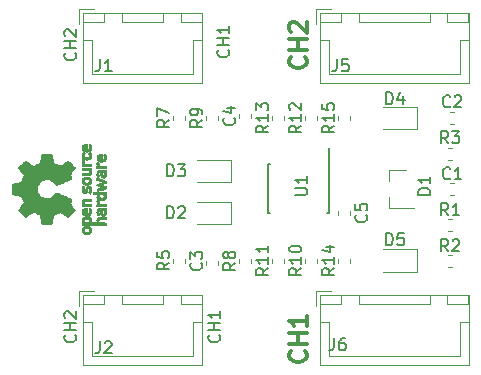
<source format=gbr>
G04 #@! TF.GenerationSoftware,KiCad,Pcbnew,(5.0.1)-3*
G04 #@! TF.CreationDate,2020-03-18T22:13:10-04:00*
G04 #@! TF.ProjectId,viparspectra-adapter,7669706172737065637472612D616461,rev?*
G04 #@! TF.SameCoordinates,Original*
G04 #@! TF.FileFunction,Legend,Top*
G04 #@! TF.FilePolarity,Positive*
%FSLAX46Y46*%
G04 Gerber Fmt 4.6, Leading zero omitted, Abs format (unit mm)*
G04 Created by KiCad (PCBNEW (5.0.1)-3) date 3/18/2020 10:13:10 PM*
%MOMM*%
%LPD*%
G01*
G04 APERTURE LIST*
%ADD10C,0.150000*%
%ADD11C,0.300000*%
%ADD12C,0.120000*%
%ADD13C,0.010000*%
G04 APERTURE END LIST*
D10*
X132691142Y-93400476D02*
X132738761Y-93448095D01*
X132786380Y-93590952D01*
X132786380Y-93686190D01*
X132738761Y-93829047D01*
X132643523Y-93924285D01*
X132548285Y-93971904D01*
X132357809Y-94019523D01*
X132214952Y-94019523D01*
X132024476Y-93971904D01*
X131929238Y-93924285D01*
X131834000Y-93829047D01*
X131786380Y-93686190D01*
X131786380Y-93590952D01*
X131834000Y-93448095D01*
X131881619Y-93400476D01*
X132786380Y-92971904D02*
X131786380Y-92971904D01*
X132262571Y-92971904D02*
X132262571Y-92400476D01*
X132786380Y-92400476D02*
X131786380Y-92400476D01*
X131881619Y-91971904D02*
X131834000Y-91924285D01*
X131786380Y-91829047D01*
X131786380Y-91590952D01*
X131834000Y-91495714D01*
X131881619Y-91448095D01*
X131976857Y-91400476D01*
X132072095Y-91400476D01*
X132214952Y-91448095D01*
X132786380Y-92019523D01*
X132786380Y-91400476D01*
X132691142Y-69524476D02*
X132738761Y-69572095D01*
X132786380Y-69714952D01*
X132786380Y-69810190D01*
X132738761Y-69953047D01*
X132643523Y-70048285D01*
X132548285Y-70095904D01*
X132357809Y-70143523D01*
X132214952Y-70143523D01*
X132024476Y-70095904D01*
X131929238Y-70048285D01*
X131834000Y-69953047D01*
X131786380Y-69810190D01*
X131786380Y-69714952D01*
X131834000Y-69572095D01*
X131881619Y-69524476D01*
X132786380Y-69095904D02*
X131786380Y-69095904D01*
X132262571Y-69095904D02*
X132262571Y-68524476D01*
X132786380Y-68524476D02*
X131786380Y-68524476D01*
X131881619Y-68095904D02*
X131834000Y-68048285D01*
X131786380Y-67953047D01*
X131786380Y-67714952D01*
X131834000Y-67619714D01*
X131881619Y-67572095D01*
X131976857Y-67524476D01*
X132072095Y-67524476D01*
X132214952Y-67572095D01*
X132786380Y-68143523D01*
X132786380Y-67524476D01*
X145645142Y-69270476D02*
X145692761Y-69318095D01*
X145740380Y-69460952D01*
X145740380Y-69556190D01*
X145692761Y-69699047D01*
X145597523Y-69794285D01*
X145502285Y-69841904D01*
X145311809Y-69889523D01*
X145168952Y-69889523D01*
X144978476Y-69841904D01*
X144883238Y-69794285D01*
X144788000Y-69699047D01*
X144740380Y-69556190D01*
X144740380Y-69460952D01*
X144788000Y-69318095D01*
X144835619Y-69270476D01*
X145740380Y-68841904D02*
X144740380Y-68841904D01*
X145216571Y-68841904D02*
X145216571Y-68270476D01*
X145740380Y-68270476D02*
X144740380Y-68270476D01*
X145740380Y-67270476D02*
X145740380Y-67841904D01*
X145740380Y-67556190D02*
X144740380Y-67556190D01*
X144883238Y-67651428D01*
X144978476Y-67746666D01*
X145026095Y-67841904D01*
X144883142Y-93400476D02*
X144930761Y-93448095D01*
X144978380Y-93590952D01*
X144978380Y-93686190D01*
X144930761Y-93829047D01*
X144835523Y-93924285D01*
X144740285Y-93971904D01*
X144549809Y-94019523D01*
X144406952Y-94019523D01*
X144216476Y-93971904D01*
X144121238Y-93924285D01*
X144026000Y-93829047D01*
X143978380Y-93686190D01*
X143978380Y-93590952D01*
X144026000Y-93448095D01*
X144073619Y-93400476D01*
X144978380Y-92971904D02*
X143978380Y-92971904D01*
X144454571Y-92971904D02*
X144454571Y-92400476D01*
X144978380Y-92400476D02*
X143978380Y-92400476D01*
X144978380Y-91400476D02*
X144978380Y-91971904D01*
X144978380Y-91686190D02*
X143978380Y-91686190D01*
X144121238Y-91781428D01*
X144216476Y-91876666D01*
X144264095Y-91971904D01*
D11*
X152173714Y-69869714D02*
X152245142Y-69941142D01*
X152316571Y-70155428D01*
X152316571Y-70298285D01*
X152245142Y-70512571D01*
X152102285Y-70655428D01*
X151959428Y-70726857D01*
X151673714Y-70798285D01*
X151459428Y-70798285D01*
X151173714Y-70726857D01*
X151030857Y-70655428D01*
X150888000Y-70512571D01*
X150816571Y-70298285D01*
X150816571Y-70155428D01*
X150888000Y-69941142D01*
X150959428Y-69869714D01*
X152316571Y-69226857D02*
X150816571Y-69226857D01*
X151530857Y-69226857D02*
X151530857Y-68369714D01*
X152316571Y-68369714D02*
X150816571Y-68369714D01*
X150959428Y-67726857D02*
X150888000Y-67655428D01*
X150816571Y-67512571D01*
X150816571Y-67155428D01*
X150888000Y-67012571D01*
X150959428Y-66941142D01*
X151102285Y-66869714D01*
X151245142Y-66869714D01*
X151459428Y-66941142D01*
X152316571Y-67798285D01*
X152316571Y-66869714D01*
X152173714Y-94761714D02*
X152245142Y-94833142D01*
X152316571Y-95047428D01*
X152316571Y-95190285D01*
X152245142Y-95404571D01*
X152102285Y-95547428D01*
X151959428Y-95618857D01*
X151673714Y-95690285D01*
X151459428Y-95690285D01*
X151173714Y-95618857D01*
X151030857Y-95547428D01*
X150888000Y-95404571D01*
X150816571Y-95190285D01*
X150816571Y-95047428D01*
X150888000Y-94833142D01*
X150959428Y-94761714D01*
X152316571Y-94118857D02*
X150816571Y-94118857D01*
X151530857Y-94118857D02*
X151530857Y-93261714D01*
X152316571Y-93261714D02*
X150816571Y-93261714D01*
X152316571Y-91761714D02*
X152316571Y-92618857D01*
X152316571Y-92190285D02*
X150816571Y-92190285D01*
X151030857Y-92333142D01*
X151173714Y-92476000D01*
X151245142Y-92618857D01*
D12*
G04 #@! TO.C,C2*
X164458221Y-75531000D02*
X164783779Y-75531000D01*
X164458221Y-74511000D02*
X164783779Y-74511000D01*
G04 #@! TO.C,C1*
X164458221Y-80561500D02*
X164783779Y-80561500D01*
X164458221Y-81581500D02*
X164783779Y-81581500D01*
G04 #@! TO.C,C3*
X144782000Y-87103721D02*
X144782000Y-87429279D01*
X143762000Y-87103721D02*
X143762000Y-87429279D01*
G04 #@! TO.C,C4*
X147576000Y-75013779D02*
X147576000Y-74688221D01*
X146556000Y-75013779D02*
X146556000Y-74688221D01*
G04 #@! TO.C,C5*
X154938000Y-83246279D02*
X154938000Y-82920721D01*
X155958000Y-83246279D02*
X155958000Y-82920721D01*
G04 #@! TO.C,D1*
X159260000Y-79446000D02*
X159260000Y-80376000D01*
X159260000Y-82606000D02*
X159260000Y-81676000D01*
X159260000Y-82606000D02*
X161420000Y-82606000D01*
X159260000Y-79446000D02*
X160720000Y-79446000D01*
G04 #@! TO.C,D2*
X143018000Y-84018000D02*
X145878000Y-84018000D01*
X145878000Y-84018000D02*
X145878000Y-82098000D01*
X145878000Y-82098000D02*
X143018000Y-82098000D01*
G04 #@! TO.C,D3*
X145878000Y-78542000D02*
X143018000Y-78542000D01*
X145878000Y-80462000D02*
X145878000Y-78542000D01*
X143018000Y-80462000D02*
X145878000Y-80462000D01*
G04 #@! TO.C,D4*
X158757000Y-75981000D02*
X161617000Y-75981000D01*
X161617000Y-75981000D02*
X161617000Y-74061000D01*
X161617000Y-74061000D02*
X158757000Y-74061000D01*
G04 #@! TO.C,D5*
X161635000Y-86136500D02*
X158775000Y-86136500D01*
X161635000Y-88056500D02*
X161635000Y-86136500D01*
X158775000Y-88056500D02*
X161635000Y-88056500D01*
G04 #@! TO.C,J1*
X133330000Y-66120000D02*
X133330000Y-72090000D01*
X133330000Y-72090000D02*
X143450000Y-72090000D01*
X143450000Y-72090000D02*
X143450000Y-66120000D01*
X143450000Y-66120000D02*
X133330000Y-66120000D01*
X136640000Y-66130000D02*
X136640000Y-66880000D01*
X136640000Y-66880000D02*
X140140000Y-66880000D01*
X140140000Y-66880000D02*
X140140000Y-66130000D01*
X140140000Y-66130000D02*
X136640000Y-66130000D01*
X133340000Y-66130000D02*
X133340000Y-66880000D01*
X133340000Y-66880000D02*
X135140000Y-66880000D01*
X135140000Y-66880000D02*
X135140000Y-66130000D01*
X135140000Y-66130000D02*
X133340000Y-66130000D01*
X141640000Y-66130000D02*
X141640000Y-66880000D01*
X141640000Y-66880000D02*
X143440000Y-66880000D01*
X143440000Y-66880000D02*
X143440000Y-66130000D01*
X143440000Y-66130000D02*
X141640000Y-66130000D01*
X133340000Y-68380000D02*
X134090000Y-68380000D01*
X134090000Y-68380000D02*
X134090000Y-71330000D01*
X134090000Y-71330000D02*
X138390000Y-71330000D01*
X143440000Y-68380000D02*
X142690000Y-68380000D01*
X142690000Y-68380000D02*
X142690000Y-71330000D01*
X142690000Y-71330000D02*
X138390000Y-71330000D01*
X134290000Y-65830000D02*
X133040000Y-65830000D01*
X133040000Y-65830000D02*
X133040000Y-67080000D01*
G04 #@! TO.C,J2*
X133040000Y-89706000D02*
X133040000Y-90956000D01*
X134290000Y-89706000D02*
X133040000Y-89706000D01*
X142690000Y-95206000D02*
X138390000Y-95206000D01*
X142690000Y-92256000D02*
X142690000Y-95206000D01*
X143440000Y-92256000D02*
X142690000Y-92256000D01*
X134090000Y-95206000D02*
X138390000Y-95206000D01*
X134090000Y-92256000D02*
X134090000Y-95206000D01*
X133340000Y-92256000D02*
X134090000Y-92256000D01*
X143440000Y-90006000D02*
X141640000Y-90006000D01*
X143440000Y-90756000D02*
X143440000Y-90006000D01*
X141640000Y-90756000D02*
X143440000Y-90756000D01*
X141640000Y-90006000D02*
X141640000Y-90756000D01*
X135140000Y-90006000D02*
X133340000Y-90006000D01*
X135140000Y-90756000D02*
X135140000Y-90006000D01*
X133340000Y-90756000D02*
X135140000Y-90756000D01*
X133340000Y-90006000D02*
X133340000Y-90756000D01*
X140140000Y-90006000D02*
X136640000Y-90006000D01*
X140140000Y-90756000D02*
X140140000Y-90006000D01*
X136640000Y-90756000D02*
X140140000Y-90756000D01*
X136640000Y-90006000D02*
X136640000Y-90756000D01*
X143450000Y-89996000D02*
X133330000Y-89996000D01*
X143450000Y-95966000D02*
X143450000Y-89996000D01*
X133330000Y-95966000D02*
X143450000Y-95966000D01*
X133330000Y-89996000D02*
X133330000Y-95966000D01*
G04 #@! TO.C,J5*
X153106000Y-65830000D02*
X153106000Y-67080000D01*
X154356000Y-65830000D02*
X153106000Y-65830000D01*
X165256000Y-71330000D02*
X159706000Y-71330000D01*
X165256000Y-68380000D02*
X165256000Y-71330000D01*
X166006000Y-68380000D02*
X165256000Y-68380000D01*
X154156000Y-71330000D02*
X159706000Y-71330000D01*
X154156000Y-68380000D02*
X154156000Y-71330000D01*
X153406000Y-68380000D02*
X154156000Y-68380000D01*
X166006000Y-66130000D02*
X164206000Y-66130000D01*
X166006000Y-66880000D02*
X166006000Y-66130000D01*
X164206000Y-66880000D02*
X166006000Y-66880000D01*
X164206000Y-66130000D02*
X164206000Y-66880000D01*
X155206000Y-66130000D02*
X153406000Y-66130000D01*
X155206000Y-66880000D02*
X155206000Y-66130000D01*
X153406000Y-66880000D02*
X155206000Y-66880000D01*
X153406000Y-66130000D02*
X153406000Y-66880000D01*
X162706000Y-66130000D02*
X156706000Y-66130000D01*
X162706000Y-66880000D02*
X162706000Y-66130000D01*
X156706000Y-66880000D02*
X162706000Y-66880000D01*
X156706000Y-66130000D02*
X156706000Y-66880000D01*
X166016000Y-66120000D02*
X153396000Y-66120000D01*
X166016000Y-72090000D02*
X166016000Y-66120000D01*
X153396000Y-72090000D02*
X166016000Y-72090000D01*
X153396000Y-66120000D02*
X153396000Y-72090000D01*
G04 #@! TO.C,J6*
X153396000Y-89996000D02*
X153396000Y-95966000D01*
X153396000Y-95966000D02*
X166016000Y-95966000D01*
X166016000Y-95966000D02*
X166016000Y-89996000D01*
X166016000Y-89996000D02*
X153396000Y-89996000D01*
X156706000Y-90006000D02*
X156706000Y-90756000D01*
X156706000Y-90756000D02*
X162706000Y-90756000D01*
X162706000Y-90756000D02*
X162706000Y-90006000D01*
X162706000Y-90006000D02*
X156706000Y-90006000D01*
X153406000Y-90006000D02*
X153406000Y-90756000D01*
X153406000Y-90756000D02*
X155206000Y-90756000D01*
X155206000Y-90756000D02*
X155206000Y-90006000D01*
X155206000Y-90006000D02*
X153406000Y-90006000D01*
X164206000Y-90006000D02*
X164206000Y-90756000D01*
X164206000Y-90756000D02*
X166006000Y-90756000D01*
X166006000Y-90756000D02*
X166006000Y-90006000D01*
X166006000Y-90006000D02*
X164206000Y-90006000D01*
X153406000Y-92256000D02*
X154156000Y-92256000D01*
X154156000Y-92256000D02*
X154156000Y-95206000D01*
X154156000Y-95206000D02*
X159706000Y-95206000D01*
X166006000Y-92256000D02*
X165256000Y-92256000D01*
X165256000Y-92256000D02*
X165256000Y-95206000D01*
X165256000Y-95206000D02*
X159706000Y-95206000D01*
X154356000Y-89706000D02*
X153106000Y-89706000D01*
X153106000Y-89706000D02*
X153106000Y-90956000D01*
G04 #@! TO.C,R1*
X164622267Y-83564000D02*
X164279733Y-83564000D01*
X164622267Y-84584000D02*
X164279733Y-84584000D01*
G04 #@! TO.C,R2*
X164279733Y-86612000D02*
X164622267Y-86612000D01*
X164279733Y-87632000D02*
X164622267Y-87632000D01*
G04 #@! TO.C,R3*
X164279733Y-78556250D02*
X164622267Y-78556250D01*
X164279733Y-77536250D02*
X164622267Y-77536250D01*
G04 #@! TO.C,R5*
X140968000Y-87267767D02*
X140968000Y-86925233D01*
X141988000Y-87267767D02*
X141988000Y-86925233D01*
G04 #@! TO.C,R7*
X141988000Y-74849733D02*
X141988000Y-75192267D01*
X140968000Y-74849733D02*
X140968000Y-75192267D01*
G04 #@! TO.C,R8*
X147576000Y-86925233D02*
X147576000Y-87267767D01*
X146556000Y-86925233D02*
X146556000Y-87267767D01*
G04 #@! TO.C,R9*
X144782000Y-75192267D02*
X144782000Y-74849733D01*
X143762000Y-75192267D02*
X143762000Y-74849733D01*
G04 #@! TO.C,R10*
X152144000Y-87267767D02*
X152144000Y-86925233D01*
X153164000Y-87267767D02*
X153164000Y-86925233D01*
G04 #@! TO.C,R11*
X149350000Y-86925233D02*
X149350000Y-87267767D01*
X150370000Y-86925233D02*
X150370000Y-87267767D01*
G04 #@! TO.C,R12*
X152144000Y-74849733D02*
X152144000Y-75192267D01*
X153164000Y-74849733D02*
X153164000Y-75192267D01*
G04 #@! TO.C,R13*
X149350000Y-75192267D02*
X149350000Y-74849733D01*
X150370000Y-75192267D02*
X150370000Y-74849733D01*
G04 #@! TO.C,R14*
X154938000Y-87267767D02*
X154938000Y-86925233D01*
X155958000Y-87267767D02*
X155958000Y-86925233D01*
G04 #@! TO.C,R15*
X154938000Y-74849733D02*
X154938000Y-75192267D01*
X155958000Y-74849733D02*
X155958000Y-75192267D01*
D10*
G04 #@! TO.C,U1*
X154213000Y-78951000D02*
X154163000Y-78951000D01*
X154213000Y-83101000D02*
X154068000Y-83101000D01*
X149063000Y-83101000D02*
X149208000Y-83101000D01*
X149063000Y-78951000D02*
X149208000Y-78951000D01*
X154213000Y-78951000D02*
X154213000Y-83101000D01*
X149063000Y-78951000D02*
X149063000Y-83101000D01*
X154163000Y-78951000D02*
X154163000Y-77551000D01*
D13*
G04 #@! TO.C,REF\002A\002A*
G36*
X127716576Y-80525036D02*
X128117322Y-80449487D01*
X128347154Y-79891959D01*
X128119748Y-79557535D01*
X128056431Y-79463878D01*
X127999896Y-79379218D01*
X127952727Y-79307505D01*
X127917502Y-79252689D01*
X127896805Y-79218720D01*
X127892342Y-79209470D01*
X127903820Y-79192805D01*
X127935551Y-79157194D01*
X127983483Y-79106629D01*
X128043562Y-79045100D01*
X128111733Y-78976601D01*
X128183945Y-78905121D01*
X128256142Y-78834653D01*
X128324273Y-78769189D01*
X128384283Y-78712720D01*
X128432119Y-78669237D01*
X128463727Y-78642732D01*
X128474305Y-78636395D01*
X128493806Y-78645514D01*
X128536531Y-78671080D01*
X128598298Y-78710403D01*
X128674931Y-78760797D01*
X128762248Y-78819573D01*
X128812052Y-78853632D01*
X128902993Y-78915711D01*
X128985059Y-78970874D01*
X129054163Y-79016446D01*
X129106222Y-79049750D01*
X129137150Y-79068110D01*
X129143650Y-79070869D01*
X129162121Y-79064615D01*
X129205172Y-79047566D01*
X129266749Y-79022297D01*
X129340799Y-78991378D01*
X129421270Y-78957382D01*
X129502107Y-78922882D01*
X129577258Y-78890449D01*
X129640671Y-78862657D01*
X129686293Y-78842077D01*
X129708069Y-78831281D01*
X129708926Y-78830644D01*
X129713084Y-78813693D01*
X129722361Y-78768549D01*
X129735844Y-78699890D01*
X129752621Y-78612398D01*
X129771781Y-78510750D01*
X129782830Y-78451444D01*
X129803510Y-78342828D01*
X129823189Y-78244723D01*
X129840789Y-78162091D01*
X129855233Y-78099896D01*
X129865446Y-78063101D01*
X129868686Y-78055704D01*
X129890617Y-78048460D01*
X129940147Y-78042615D01*
X130011485Y-78038165D01*
X130098839Y-78035107D01*
X130196417Y-78033435D01*
X130298426Y-78033147D01*
X130399075Y-78034239D01*
X130492572Y-78036706D01*
X130573125Y-78040544D01*
X130634942Y-78045750D01*
X130672230Y-78052319D01*
X130679993Y-78056259D01*
X130689298Y-78079812D01*
X130702600Y-78129718D01*
X130718337Y-78199377D01*
X130734946Y-78282187D01*
X130740319Y-78311095D01*
X130765848Y-78450469D01*
X130786408Y-78560564D01*
X130802815Y-78645018D01*
X130815887Y-78707470D01*
X130826441Y-78751556D01*
X130835294Y-78780915D01*
X130843263Y-78799185D01*
X130851165Y-78810002D01*
X130852727Y-78811515D01*
X130877886Y-78826623D01*
X130926850Y-78849671D01*
X130993621Y-78878356D01*
X131072205Y-78910378D01*
X131156607Y-78943435D01*
X131240830Y-78975227D01*
X131318879Y-79003451D01*
X131384759Y-79025807D01*
X131432473Y-79039993D01*
X131456027Y-79043707D01*
X131456852Y-79043398D01*
X131476104Y-79030811D01*
X131518463Y-79002256D01*
X131579521Y-78960733D01*
X131654868Y-78909244D01*
X131740096Y-78850789D01*
X131764315Y-78834142D01*
X131852123Y-78774785D01*
X131932238Y-78722553D01*
X132000062Y-78680292D01*
X132050993Y-78650847D01*
X132080431Y-78637063D01*
X132084048Y-78636395D01*
X132103057Y-78647976D01*
X132140714Y-78679976D01*
X132192973Y-78728282D01*
X132255786Y-78788780D01*
X132325106Y-78857356D01*
X132396885Y-78929896D01*
X132467077Y-79002288D01*
X132531635Y-79070416D01*
X132586510Y-79130168D01*
X132627656Y-79177429D01*
X132651026Y-79208087D01*
X132654842Y-79216568D01*
X132645855Y-79236309D01*
X132621616Y-79276726D01*
X132586209Y-79331237D01*
X132557711Y-79373177D01*
X132505418Y-79449171D01*
X132443845Y-79539166D01*
X132382370Y-79629436D01*
X132349469Y-79677968D01*
X132238359Y-79842238D01*
X132312916Y-79980131D01*
X132345578Y-80042951D01*
X132370966Y-80096371D01*
X132385446Y-80132516D01*
X132387460Y-80141716D01*
X132372584Y-80152779D01*
X132330547Y-80174606D01*
X132265227Y-80205566D01*
X132180500Y-80244030D01*
X132080245Y-80288368D01*
X131968339Y-80336953D01*
X131848659Y-80388154D01*
X131725084Y-80440341D01*
X131601491Y-80491887D01*
X131481757Y-80541160D01*
X131369759Y-80586533D01*
X131269377Y-80626375D01*
X131184486Y-80659058D01*
X131118965Y-80682951D01*
X131076690Y-80696426D01*
X131062172Y-80698594D01*
X131043653Y-80681417D01*
X131013590Y-80643810D01*
X130978232Y-80593634D01*
X130975434Y-80589422D01*
X130871625Y-80459736D01*
X130750515Y-80355166D01*
X130615976Y-80276619D01*
X130471882Y-80225001D01*
X130322105Y-80201218D01*
X130170517Y-80206177D01*
X130020992Y-80240783D01*
X129877400Y-80305943D01*
X129845984Y-80325114D01*
X129719125Y-80424826D01*
X129617255Y-80542623D01*
X129540904Y-80674429D01*
X129490602Y-80816167D01*
X129466879Y-80963758D01*
X129470265Y-81113127D01*
X129501288Y-81260197D01*
X129560480Y-81400889D01*
X129648369Y-81531127D01*
X129684042Y-81571414D01*
X129795706Y-81673945D01*
X129913257Y-81748659D01*
X130045020Y-81799910D01*
X130175507Y-81828454D01*
X130322216Y-81835500D01*
X130469653Y-81812004D01*
X130612834Y-81760351D01*
X130746777Y-81682929D01*
X130866498Y-81582125D01*
X130967014Y-81460324D01*
X130977609Y-81444316D01*
X131012306Y-81393602D01*
X131042370Y-81355050D01*
X131061565Y-81336619D01*
X131062172Y-81336351D01*
X131082936Y-81340308D01*
X131130062Y-81355993D01*
X131199673Y-81381778D01*
X131287893Y-81416031D01*
X131390844Y-81457123D01*
X131504650Y-81503424D01*
X131625435Y-81553304D01*
X131749321Y-81605133D01*
X131872432Y-81657281D01*
X131990891Y-81708118D01*
X132100823Y-81756013D01*
X132198349Y-81799338D01*
X132279593Y-81836462D01*
X132340679Y-81865756D01*
X132377730Y-81885588D01*
X132387460Y-81893574D01*
X132379883Y-81917979D01*
X132359560Y-81963642D01*
X132330125Y-82022690D01*
X132312916Y-82055160D01*
X132238359Y-82193053D01*
X132349469Y-82357323D01*
X132406390Y-82441179D01*
X132469030Y-82532987D01*
X132528011Y-82619020D01*
X132557711Y-82662113D01*
X132598410Y-82722723D01*
X132630663Y-82774045D01*
X132650384Y-82809385D01*
X132654554Y-82820863D01*
X132643307Y-82837570D01*
X132611911Y-82874546D01*
X132563624Y-82928205D01*
X132501708Y-82994962D01*
X132429421Y-83071234D01*
X132383008Y-83119473D01*
X132300087Y-83203867D01*
X132225920Y-83276803D01*
X132163680Y-83335331D01*
X132116541Y-83376503D01*
X132087673Y-83397372D01*
X132081815Y-83399374D01*
X132059532Y-83390083D01*
X132014477Y-83364409D01*
X131951211Y-83325200D01*
X131874295Y-83275303D01*
X131788292Y-83217567D01*
X131764315Y-83201149D01*
X131677170Y-83141323D01*
X131598710Y-83087650D01*
X131533345Y-83043130D01*
X131485484Y-83010765D01*
X131459535Y-82993555D01*
X131456852Y-82991893D01*
X131436172Y-82994379D01*
X131390704Y-83007577D01*
X131326444Y-83029186D01*
X131249387Y-83056904D01*
X131165529Y-83088430D01*
X131080866Y-83121463D01*
X131001392Y-83153701D01*
X130933104Y-83182843D01*
X130881997Y-83206588D01*
X130854067Y-83222635D01*
X130852727Y-83223775D01*
X130844745Y-83233588D01*
X130836851Y-83250161D01*
X130828229Y-83277132D01*
X130818062Y-83318139D01*
X130805531Y-83376820D01*
X130789821Y-83456813D01*
X130770113Y-83561755D01*
X130745592Y-83695285D01*
X130740319Y-83724196D01*
X130723764Y-83809882D01*
X130707569Y-83884582D01*
X130693296Y-83941694D01*
X130682508Y-83974617D01*
X130679993Y-83979031D01*
X130657696Y-83986306D01*
X130607869Y-83992219D01*
X130536304Y-83996766D01*
X130448793Y-83999945D01*
X130351128Y-84001749D01*
X130249101Y-84002177D01*
X130148503Y-84001223D01*
X130055127Y-83998884D01*
X129974765Y-83995156D01*
X129913209Y-83990034D01*
X129876250Y-83983516D01*
X129868686Y-83979586D01*
X129861056Y-83957708D01*
X129848642Y-83907891D01*
X129832522Y-83835097D01*
X129813773Y-83744289D01*
X129793471Y-83640431D01*
X129782830Y-83583846D01*
X129762760Y-83476486D01*
X129744580Y-83380746D01*
X129729199Y-83301306D01*
X129717531Y-83242846D01*
X129710488Y-83210045D01*
X129708926Y-83204646D01*
X129691322Y-83195522D01*
X129648918Y-83176235D01*
X129587772Y-83149355D01*
X129513943Y-83117454D01*
X129433489Y-83083102D01*
X129352468Y-83048871D01*
X129276937Y-83017331D01*
X129212955Y-82991054D01*
X129166580Y-82972611D01*
X129143869Y-82964571D01*
X129142876Y-82964422D01*
X129124961Y-82973535D01*
X129083733Y-82999086D01*
X129023291Y-83038388D01*
X128947731Y-83088757D01*
X128861152Y-83147506D01*
X128811421Y-83181658D01*
X128720236Y-83243890D01*
X128637449Y-83299164D01*
X128567249Y-83344782D01*
X128513824Y-83378048D01*
X128481361Y-83396264D01*
X128474083Y-83398895D01*
X128457145Y-83387586D01*
X128420978Y-83356319D01*
X128369635Y-83309090D01*
X128307167Y-83249892D01*
X128237626Y-83182719D01*
X128165065Y-83111566D01*
X128093535Y-83040426D01*
X128027087Y-82973293D01*
X127969774Y-82914161D01*
X127925647Y-82867025D01*
X127898759Y-82835877D01*
X127892342Y-82825457D01*
X127901365Y-82808491D01*
X127926715Y-82767911D01*
X127965810Y-82707663D01*
X128016071Y-82631693D01*
X128074917Y-82543946D01*
X128119748Y-82477756D01*
X128347154Y-82143332D01*
X128232238Y-81864567D01*
X128117322Y-81585803D01*
X127716576Y-81510254D01*
X127315829Y-81434706D01*
X127315829Y-80600585D01*
X127716576Y-80525036D01*
X127716576Y-80525036D01*
G37*
X127716576Y-80525036D02*
X128117322Y-80449487D01*
X128347154Y-79891959D01*
X128119748Y-79557535D01*
X128056431Y-79463878D01*
X127999896Y-79379218D01*
X127952727Y-79307505D01*
X127917502Y-79252689D01*
X127896805Y-79218720D01*
X127892342Y-79209470D01*
X127903820Y-79192805D01*
X127935551Y-79157194D01*
X127983483Y-79106629D01*
X128043562Y-79045100D01*
X128111733Y-78976601D01*
X128183945Y-78905121D01*
X128256142Y-78834653D01*
X128324273Y-78769189D01*
X128384283Y-78712720D01*
X128432119Y-78669237D01*
X128463727Y-78642732D01*
X128474305Y-78636395D01*
X128493806Y-78645514D01*
X128536531Y-78671080D01*
X128598298Y-78710403D01*
X128674931Y-78760797D01*
X128762248Y-78819573D01*
X128812052Y-78853632D01*
X128902993Y-78915711D01*
X128985059Y-78970874D01*
X129054163Y-79016446D01*
X129106222Y-79049750D01*
X129137150Y-79068110D01*
X129143650Y-79070869D01*
X129162121Y-79064615D01*
X129205172Y-79047566D01*
X129266749Y-79022297D01*
X129340799Y-78991378D01*
X129421270Y-78957382D01*
X129502107Y-78922882D01*
X129577258Y-78890449D01*
X129640671Y-78862657D01*
X129686293Y-78842077D01*
X129708069Y-78831281D01*
X129708926Y-78830644D01*
X129713084Y-78813693D01*
X129722361Y-78768549D01*
X129735844Y-78699890D01*
X129752621Y-78612398D01*
X129771781Y-78510750D01*
X129782830Y-78451444D01*
X129803510Y-78342828D01*
X129823189Y-78244723D01*
X129840789Y-78162091D01*
X129855233Y-78099896D01*
X129865446Y-78063101D01*
X129868686Y-78055704D01*
X129890617Y-78048460D01*
X129940147Y-78042615D01*
X130011485Y-78038165D01*
X130098839Y-78035107D01*
X130196417Y-78033435D01*
X130298426Y-78033147D01*
X130399075Y-78034239D01*
X130492572Y-78036706D01*
X130573125Y-78040544D01*
X130634942Y-78045750D01*
X130672230Y-78052319D01*
X130679993Y-78056259D01*
X130689298Y-78079812D01*
X130702600Y-78129718D01*
X130718337Y-78199377D01*
X130734946Y-78282187D01*
X130740319Y-78311095D01*
X130765848Y-78450469D01*
X130786408Y-78560564D01*
X130802815Y-78645018D01*
X130815887Y-78707470D01*
X130826441Y-78751556D01*
X130835294Y-78780915D01*
X130843263Y-78799185D01*
X130851165Y-78810002D01*
X130852727Y-78811515D01*
X130877886Y-78826623D01*
X130926850Y-78849671D01*
X130993621Y-78878356D01*
X131072205Y-78910378D01*
X131156607Y-78943435D01*
X131240830Y-78975227D01*
X131318879Y-79003451D01*
X131384759Y-79025807D01*
X131432473Y-79039993D01*
X131456027Y-79043707D01*
X131456852Y-79043398D01*
X131476104Y-79030811D01*
X131518463Y-79002256D01*
X131579521Y-78960733D01*
X131654868Y-78909244D01*
X131740096Y-78850789D01*
X131764315Y-78834142D01*
X131852123Y-78774785D01*
X131932238Y-78722553D01*
X132000062Y-78680292D01*
X132050993Y-78650847D01*
X132080431Y-78637063D01*
X132084048Y-78636395D01*
X132103057Y-78647976D01*
X132140714Y-78679976D01*
X132192973Y-78728282D01*
X132255786Y-78788780D01*
X132325106Y-78857356D01*
X132396885Y-78929896D01*
X132467077Y-79002288D01*
X132531635Y-79070416D01*
X132586510Y-79130168D01*
X132627656Y-79177429D01*
X132651026Y-79208087D01*
X132654842Y-79216568D01*
X132645855Y-79236309D01*
X132621616Y-79276726D01*
X132586209Y-79331237D01*
X132557711Y-79373177D01*
X132505418Y-79449171D01*
X132443845Y-79539166D01*
X132382370Y-79629436D01*
X132349469Y-79677968D01*
X132238359Y-79842238D01*
X132312916Y-79980131D01*
X132345578Y-80042951D01*
X132370966Y-80096371D01*
X132385446Y-80132516D01*
X132387460Y-80141716D01*
X132372584Y-80152779D01*
X132330547Y-80174606D01*
X132265227Y-80205566D01*
X132180500Y-80244030D01*
X132080245Y-80288368D01*
X131968339Y-80336953D01*
X131848659Y-80388154D01*
X131725084Y-80440341D01*
X131601491Y-80491887D01*
X131481757Y-80541160D01*
X131369759Y-80586533D01*
X131269377Y-80626375D01*
X131184486Y-80659058D01*
X131118965Y-80682951D01*
X131076690Y-80696426D01*
X131062172Y-80698594D01*
X131043653Y-80681417D01*
X131013590Y-80643810D01*
X130978232Y-80593634D01*
X130975434Y-80589422D01*
X130871625Y-80459736D01*
X130750515Y-80355166D01*
X130615976Y-80276619D01*
X130471882Y-80225001D01*
X130322105Y-80201218D01*
X130170517Y-80206177D01*
X130020992Y-80240783D01*
X129877400Y-80305943D01*
X129845984Y-80325114D01*
X129719125Y-80424826D01*
X129617255Y-80542623D01*
X129540904Y-80674429D01*
X129490602Y-80816167D01*
X129466879Y-80963758D01*
X129470265Y-81113127D01*
X129501288Y-81260197D01*
X129560480Y-81400889D01*
X129648369Y-81531127D01*
X129684042Y-81571414D01*
X129795706Y-81673945D01*
X129913257Y-81748659D01*
X130045020Y-81799910D01*
X130175507Y-81828454D01*
X130322216Y-81835500D01*
X130469653Y-81812004D01*
X130612834Y-81760351D01*
X130746777Y-81682929D01*
X130866498Y-81582125D01*
X130967014Y-81460324D01*
X130977609Y-81444316D01*
X131012306Y-81393602D01*
X131042370Y-81355050D01*
X131061565Y-81336619D01*
X131062172Y-81336351D01*
X131082936Y-81340308D01*
X131130062Y-81355993D01*
X131199673Y-81381778D01*
X131287893Y-81416031D01*
X131390844Y-81457123D01*
X131504650Y-81503424D01*
X131625435Y-81553304D01*
X131749321Y-81605133D01*
X131872432Y-81657281D01*
X131990891Y-81708118D01*
X132100823Y-81756013D01*
X132198349Y-81799338D01*
X132279593Y-81836462D01*
X132340679Y-81865756D01*
X132377730Y-81885588D01*
X132387460Y-81893574D01*
X132379883Y-81917979D01*
X132359560Y-81963642D01*
X132330125Y-82022690D01*
X132312916Y-82055160D01*
X132238359Y-82193053D01*
X132349469Y-82357323D01*
X132406390Y-82441179D01*
X132469030Y-82532987D01*
X132528011Y-82619020D01*
X132557711Y-82662113D01*
X132598410Y-82722723D01*
X132630663Y-82774045D01*
X132650384Y-82809385D01*
X132654554Y-82820863D01*
X132643307Y-82837570D01*
X132611911Y-82874546D01*
X132563624Y-82928205D01*
X132501708Y-82994962D01*
X132429421Y-83071234D01*
X132383008Y-83119473D01*
X132300087Y-83203867D01*
X132225920Y-83276803D01*
X132163680Y-83335331D01*
X132116541Y-83376503D01*
X132087673Y-83397372D01*
X132081815Y-83399374D01*
X132059532Y-83390083D01*
X132014477Y-83364409D01*
X131951211Y-83325200D01*
X131874295Y-83275303D01*
X131788292Y-83217567D01*
X131764315Y-83201149D01*
X131677170Y-83141323D01*
X131598710Y-83087650D01*
X131533345Y-83043130D01*
X131485484Y-83010765D01*
X131459535Y-82993555D01*
X131456852Y-82991893D01*
X131436172Y-82994379D01*
X131390704Y-83007577D01*
X131326444Y-83029186D01*
X131249387Y-83056904D01*
X131165529Y-83088430D01*
X131080866Y-83121463D01*
X131001392Y-83153701D01*
X130933104Y-83182843D01*
X130881997Y-83206588D01*
X130854067Y-83222635D01*
X130852727Y-83223775D01*
X130844745Y-83233588D01*
X130836851Y-83250161D01*
X130828229Y-83277132D01*
X130818062Y-83318139D01*
X130805531Y-83376820D01*
X130789821Y-83456813D01*
X130770113Y-83561755D01*
X130745592Y-83695285D01*
X130740319Y-83724196D01*
X130723764Y-83809882D01*
X130707569Y-83884582D01*
X130693296Y-83941694D01*
X130682508Y-83974617D01*
X130679993Y-83979031D01*
X130657696Y-83986306D01*
X130607869Y-83992219D01*
X130536304Y-83996766D01*
X130448793Y-83999945D01*
X130351128Y-84001749D01*
X130249101Y-84002177D01*
X130148503Y-84001223D01*
X130055127Y-83998884D01*
X129974765Y-83995156D01*
X129913209Y-83990034D01*
X129876250Y-83983516D01*
X129868686Y-83979586D01*
X129861056Y-83957708D01*
X129848642Y-83907891D01*
X129832522Y-83835097D01*
X129813773Y-83744289D01*
X129793471Y-83640431D01*
X129782830Y-83583846D01*
X129762760Y-83476486D01*
X129744580Y-83380746D01*
X129729199Y-83301306D01*
X129717531Y-83242846D01*
X129710488Y-83210045D01*
X129708926Y-83204646D01*
X129691322Y-83195522D01*
X129648918Y-83176235D01*
X129587772Y-83149355D01*
X129513943Y-83117454D01*
X129433489Y-83083102D01*
X129352468Y-83048871D01*
X129276937Y-83017331D01*
X129212955Y-82991054D01*
X129166580Y-82972611D01*
X129143869Y-82964571D01*
X129142876Y-82964422D01*
X129124961Y-82973535D01*
X129083733Y-82999086D01*
X129023291Y-83038388D01*
X128947731Y-83088757D01*
X128861152Y-83147506D01*
X128811421Y-83181658D01*
X128720236Y-83243890D01*
X128637449Y-83299164D01*
X128567249Y-83344782D01*
X128513824Y-83378048D01*
X128481361Y-83396264D01*
X128474083Y-83398895D01*
X128457145Y-83387586D01*
X128420978Y-83356319D01*
X128369635Y-83309090D01*
X128307167Y-83249892D01*
X128237626Y-83182719D01*
X128165065Y-83111566D01*
X128093535Y-83040426D01*
X128027087Y-82973293D01*
X127969774Y-82914161D01*
X127925647Y-82867025D01*
X127898759Y-82835877D01*
X127892342Y-82825457D01*
X127901365Y-82808491D01*
X127926715Y-82767911D01*
X127965810Y-82707663D01*
X128016071Y-82631693D01*
X128074917Y-82543946D01*
X128119748Y-82477756D01*
X128347154Y-82143332D01*
X128232238Y-81864567D01*
X128117322Y-81585803D01*
X127716576Y-81510254D01*
X127315829Y-81434706D01*
X127315829Y-80600585D01*
X127716576Y-80525036D01*
G36*
X133255645Y-78634612D02*
X133273206Y-78577135D01*
X133295395Y-78540128D01*
X133312942Y-78528073D01*
X133333742Y-78531391D01*
X133366419Y-78552921D01*
X133389562Y-78571126D01*
X133431402Y-78608656D01*
X133449005Y-78636852D01*
X133447856Y-78660889D01*
X133429710Y-78732192D01*
X133430534Y-78784558D01*
X133451098Y-78827082D01*
X133463134Y-78841358D01*
X133505483Y-78887053D01*
X134058526Y-78887053D01*
X134058526Y-79070869D01*
X133256421Y-79070869D01*
X133256421Y-78978961D01*
X133258603Y-78923781D01*
X133266351Y-78895312D01*
X133281468Y-78887057D01*
X133281916Y-78887053D01*
X133297749Y-78883155D01*
X133295684Y-78865526D01*
X133284261Y-78841099D01*
X133263005Y-78790650D01*
X133250216Y-78749684D01*
X133246938Y-78696972D01*
X133255645Y-78634612D01*
X133255645Y-78634612D01*
G37*
X133255645Y-78634612D02*
X133273206Y-78577135D01*
X133295395Y-78540128D01*
X133312942Y-78528073D01*
X133333742Y-78531391D01*
X133366419Y-78552921D01*
X133389562Y-78571126D01*
X133431402Y-78608656D01*
X133449005Y-78636852D01*
X133447856Y-78660889D01*
X133429710Y-78732192D01*
X133430534Y-78784558D01*
X133451098Y-78827082D01*
X133463134Y-78841358D01*
X133505483Y-78887053D01*
X134058526Y-78887053D01*
X134058526Y-79070869D01*
X133256421Y-79070869D01*
X133256421Y-78978961D01*
X133258603Y-78923781D01*
X133266351Y-78895312D01*
X133281468Y-78887057D01*
X133281916Y-78887053D01*
X133297749Y-78883155D01*
X133295684Y-78865526D01*
X133284261Y-78841099D01*
X133263005Y-78790650D01*
X133250216Y-78749684D01*
X133246938Y-78696972D01*
X133255645Y-78634612D01*
G36*
X133270226Y-82028043D02*
X133290090Y-81986454D01*
X133318784Y-81946175D01*
X133351809Y-81915490D01*
X133393931Y-81893139D01*
X133449915Y-81877864D01*
X133524528Y-81868408D01*
X133622535Y-81863513D01*
X133748702Y-81861919D01*
X133761914Y-81861894D01*
X134058526Y-81861527D01*
X134058526Y-82045343D01*
X133785081Y-82045343D01*
X133683777Y-82045473D01*
X133610353Y-82046379D01*
X133559271Y-82048827D01*
X133524990Y-82053586D01*
X133501971Y-82061426D01*
X133484673Y-82073115D01*
X133467581Y-82089398D01*
X133430857Y-82146366D01*
X133424042Y-82208555D01*
X133447261Y-82267801D01*
X133464543Y-82288405D01*
X133480791Y-82303530D01*
X133498191Y-82314390D01*
X133522212Y-82321690D01*
X133558322Y-82326137D01*
X133611988Y-82328436D01*
X133688680Y-82329296D01*
X133782043Y-82329422D01*
X134058526Y-82329422D01*
X134058526Y-82513237D01*
X133256421Y-82513237D01*
X133256421Y-82421329D01*
X133258603Y-82366149D01*
X133266351Y-82337680D01*
X133281468Y-82329425D01*
X133281916Y-82329422D01*
X133296720Y-82325592D01*
X133295040Y-82308699D01*
X133278773Y-82275112D01*
X133254840Y-82198937D01*
X133252178Y-82111800D01*
X133270226Y-82028043D01*
X133270226Y-82028043D01*
G37*
X133270226Y-82028043D02*
X133290090Y-81986454D01*
X133318784Y-81946175D01*
X133351809Y-81915490D01*
X133393931Y-81893139D01*
X133449915Y-81877864D01*
X133524528Y-81868408D01*
X133622535Y-81863513D01*
X133748702Y-81861919D01*
X133761914Y-81861894D01*
X134058526Y-81861527D01*
X134058526Y-82045343D01*
X133785081Y-82045343D01*
X133683777Y-82045473D01*
X133610353Y-82046379D01*
X133559271Y-82048827D01*
X133524990Y-82053586D01*
X133501971Y-82061426D01*
X133484673Y-82073115D01*
X133467581Y-82089398D01*
X133430857Y-82146366D01*
X133424042Y-82208555D01*
X133447261Y-82267801D01*
X133464543Y-82288405D01*
X133480791Y-82303530D01*
X133498191Y-82314390D01*
X133522212Y-82321690D01*
X133558322Y-82326137D01*
X133611988Y-82328436D01*
X133688680Y-82329296D01*
X133782043Y-82329422D01*
X134058526Y-82329422D01*
X134058526Y-82513237D01*
X133256421Y-82513237D01*
X133256421Y-82421329D01*
X133258603Y-82366149D01*
X133266351Y-82337680D01*
X133281468Y-82329425D01*
X133281916Y-82329422D01*
X133296720Y-82325592D01*
X133295040Y-82308699D01*
X133278773Y-82275112D01*
X133254840Y-82198937D01*
X133252178Y-82111800D01*
X133270226Y-82028043D01*
G36*
X133253554Y-77467216D02*
X133263949Y-77424426D01*
X133302013Y-77342391D01*
X133360149Y-77272243D01*
X133429852Y-77223695D01*
X133445502Y-77217025D01*
X133486496Y-77207876D01*
X133547138Y-77201471D01*
X133608430Y-77199290D01*
X133724316Y-77199290D01*
X133724316Y-77441593D01*
X133724693Y-77541529D01*
X133726987Y-77611931D01*
X133732938Y-77656687D01*
X133744285Y-77679685D01*
X133762771Y-77684811D01*
X133790136Y-77675952D01*
X133822155Y-77660083D01*
X133875592Y-77615816D01*
X133902215Y-77554301D01*
X133901347Y-77479115D01*
X133872371Y-77393947D01*
X133836611Y-77320341D01*
X133884904Y-77259266D01*
X133933197Y-77198190D01*
X133986285Y-77255649D01*
X134036445Y-77332359D01*
X134066688Y-77426698D01*
X134075151Y-77528173D01*
X134059974Y-77626289D01*
X134054824Y-77642119D01*
X134009791Y-77728353D01*
X133942652Y-77792499D01*
X133851405Y-77835909D01*
X133734044Y-77859936D01*
X133731529Y-77860216D01*
X133603627Y-77862367D01*
X133557997Y-77853671D01*
X133557997Y-77683895D01*
X133565013Y-77668303D01*
X133570388Y-77625971D01*
X133573457Y-77563566D01*
X133573921Y-77524019D01*
X133573630Y-77450272D01*
X133571783Y-77404160D01*
X133566912Y-77379900D01*
X133557555Y-77371706D01*
X133542245Y-77373794D01*
X133536322Y-77375545D01*
X133480668Y-77405440D01*
X133435815Y-77452458D01*
X133416105Y-77493951D01*
X133417295Y-77549074D01*
X133441875Y-77604932D01*
X133482570Y-77651788D01*
X133532108Y-77679906D01*
X133557997Y-77683895D01*
X133557997Y-77853671D01*
X133491133Y-77840926D01*
X133396727Y-77798389D01*
X133323088Y-77737253D01*
X133272893Y-77660015D01*
X133248822Y-77569170D01*
X133253554Y-77467216D01*
X133253554Y-77467216D01*
G37*
X133253554Y-77467216D02*
X133263949Y-77424426D01*
X133302013Y-77342391D01*
X133360149Y-77272243D01*
X133429852Y-77223695D01*
X133445502Y-77217025D01*
X133486496Y-77207876D01*
X133547138Y-77201471D01*
X133608430Y-77199290D01*
X133724316Y-77199290D01*
X133724316Y-77441593D01*
X133724693Y-77541529D01*
X133726987Y-77611931D01*
X133732938Y-77656687D01*
X133744285Y-77679685D01*
X133762771Y-77684811D01*
X133790136Y-77675952D01*
X133822155Y-77660083D01*
X133875592Y-77615816D01*
X133902215Y-77554301D01*
X133901347Y-77479115D01*
X133872371Y-77393947D01*
X133836611Y-77320341D01*
X133884904Y-77259266D01*
X133933197Y-77198190D01*
X133986285Y-77255649D01*
X134036445Y-77332359D01*
X134066688Y-77426698D01*
X134075151Y-77528173D01*
X134059974Y-77626289D01*
X134054824Y-77642119D01*
X134009791Y-77728353D01*
X133942652Y-77792499D01*
X133851405Y-77835909D01*
X133734044Y-77859936D01*
X133731529Y-77860216D01*
X133603627Y-77862367D01*
X133557997Y-77853671D01*
X133557997Y-77683895D01*
X133565013Y-77668303D01*
X133570388Y-77625971D01*
X133573457Y-77563566D01*
X133573921Y-77524019D01*
X133573630Y-77450272D01*
X133571783Y-77404160D01*
X133566912Y-77379900D01*
X133557555Y-77371706D01*
X133542245Y-77373794D01*
X133536322Y-77375545D01*
X133480668Y-77405440D01*
X133435815Y-77452458D01*
X133416105Y-77493951D01*
X133417295Y-77549074D01*
X133441875Y-77604932D01*
X133482570Y-77651788D01*
X133532108Y-77679906D01*
X133557997Y-77683895D01*
X133557997Y-77853671D01*
X133491133Y-77840926D01*
X133396727Y-77798389D01*
X133323088Y-77737253D01*
X133272893Y-77660015D01*
X133248822Y-77569170D01*
X133253554Y-77467216D01*
G36*
X133263419Y-78079424D02*
X133304549Y-77982605D01*
X133324571Y-77952110D01*
X133355340Y-77913135D01*
X133379533Y-77888669D01*
X133387413Y-77884422D01*
X133404899Y-77896416D01*
X133434570Y-77927113D01*
X133455279Y-77951688D01*
X133509336Y-78018954D01*
X133464642Y-78072070D01*
X133435789Y-78113116D01*
X133425829Y-78153137D01*
X133428261Y-78198941D01*
X133446345Y-78271676D01*
X133483881Y-78321744D01*
X133544562Y-78352171D01*
X133632081Y-78365983D01*
X133632136Y-78365987D01*
X133729958Y-78364792D01*
X133801730Y-78346228D01*
X133850595Y-78309196D01*
X133867143Y-78283950D01*
X133887749Y-78216903D01*
X133887762Y-78145291D01*
X133867768Y-78082985D01*
X133858000Y-78068237D01*
X133833047Y-78031250D01*
X133828958Y-78002332D01*
X133847530Y-77971144D01*
X133880887Y-77936664D01*
X133937196Y-77882088D01*
X133987142Y-77942682D01*
X134043513Y-78036302D01*
X134071293Y-78141875D01*
X134069282Y-78252202D01*
X134050862Y-78324657D01*
X134005310Y-78409344D01*
X133933650Y-78477073D01*
X133883066Y-78507843D01*
X133810488Y-78532764D01*
X133718569Y-78545234D01*
X133618948Y-78545330D01*
X133523267Y-78533130D01*
X133443169Y-78508710D01*
X133434956Y-78504864D01*
X133354413Y-78447907D01*
X133295771Y-78370791D01*
X133260247Y-78279610D01*
X133249057Y-78180457D01*
X133263419Y-78079424D01*
X133263419Y-78079424D01*
G37*
X133263419Y-78079424D02*
X133304549Y-77982605D01*
X133324571Y-77952110D01*
X133355340Y-77913135D01*
X133379533Y-77888669D01*
X133387413Y-77884422D01*
X133404899Y-77896416D01*
X133434570Y-77927113D01*
X133455279Y-77951688D01*
X133509336Y-78018954D01*
X133464642Y-78072070D01*
X133435789Y-78113116D01*
X133425829Y-78153137D01*
X133428261Y-78198941D01*
X133446345Y-78271676D01*
X133483881Y-78321744D01*
X133544562Y-78352171D01*
X133632081Y-78365983D01*
X133632136Y-78365987D01*
X133729958Y-78364792D01*
X133801730Y-78346228D01*
X133850595Y-78309196D01*
X133867143Y-78283950D01*
X133887749Y-78216903D01*
X133887762Y-78145291D01*
X133867768Y-78082985D01*
X133858000Y-78068237D01*
X133833047Y-78031250D01*
X133828958Y-78002332D01*
X133847530Y-77971144D01*
X133880887Y-77936664D01*
X133937196Y-77882088D01*
X133987142Y-77942682D01*
X134043513Y-78036302D01*
X134071293Y-78141875D01*
X134069282Y-78252202D01*
X134050862Y-78324657D01*
X134005310Y-78409344D01*
X133933650Y-78477073D01*
X133883066Y-78507843D01*
X133810488Y-78532764D01*
X133718569Y-78545234D01*
X133618948Y-78545330D01*
X133523267Y-78533130D01*
X133443169Y-78508710D01*
X133434956Y-78504864D01*
X133354413Y-78447907D01*
X133295771Y-78370791D01*
X133260247Y-78279610D01*
X133249057Y-78180457D01*
X133263419Y-78079424D01*
G36*
X133516533Y-79705869D02*
X133639089Y-79704290D01*
X133732179Y-79698519D01*
X133799651Y-79687009D01*
X133845355Y-79668210D01*
X133873139Y-79640574D01*
X133886854Y-79602552D01*
X133890358Y-79555474D01*
X133886432Y-79506168D01*
X133872089Y-79468717D01*
X133843478Y-79441572D01*
X133796751Y-79423185D01*
X133728058Y-79412007D01*
X133633550Y-79406489D01*
X133516533Y-79405079D01*
X133256421Y-79405079D01*
X133256421Y-79221264D01*
X134058526Y-79221264D01*
X134058526Y-79313172D01*
X134056281Y-79368578D01*
X134048396Y-79397109D01*
X134033428Y-79405079D01*
X134020097Y-79409880D01*
X134022917Y-79428986D01*
X134041783Y-79467496D01*
X134070887Y-79555761D01*
X134068825Y-79649377D01*
X134037221Y-79739079D01*
X134012257Y-79781796D01*
X133985226Y-79814379D01*
X133951405Y-79838183D01*
X133906068Y-79854561D01*
X133844489Y-79864869D01*
X133761943Y-79870459D01*
X133653705Y-79872688D01*
X133570004Y-79872974D01*
X133256421Y-79872974D01*
X133256421Y-79705869D01*
X133516533Y-79705869D01*
X133516533Y-79705869D01*
G37*
X133516533Y-79705869D02*
X133639089Y-79704290D01*
X133732179Y-79698519D01*
X133799651Y-79687009D01*
X133845355Y-79668210D01*
X133873139Y-79640574D01*
X133886854Y-79602552D01*
X133890358Y-79555474D01*
X133886432Y-79506168D01*
X133872089Y-79468717D01*
X133843478Y-79441572D01*
X133796751Y-79423185D01*
X133728058Y-79412007D01*
X133633550Y-79406489D01*
X133516533Y-79405079D01*
X133256421Y-79405079D01*
X133256421Y-79221264D01*
X134058526Y-79221264D01*
X134058526Y-79313172D01*
X134056281Y-79368578D01*
X134048396Y-79397109D01*
X134033428Y-79405079D01*
X134020097Y-79409880D01*
X134022917Y-79428986D01*
X134041783Y-79467496D01*
X134070887Y-79555761D01*
X134068825Y-79649377D01*
X134037221Y-79739079D01*
X134012257Y-79781796D01*
X133985226Y-79814379D01*
X133951405Y-79838183D01*
X133906068Y-79854561D01*
X133844489Y-79864869D01*
X133761943Y-79870459D01*
X133653705Y-79872688D01*
X133570004Y-79872974D01*
X133256421Y-79872974D01*
X133256421Y-79705869D01*
X133516533Y-79705869D01*
G36*
X133266310Y-80214331D02*
X133312340Y-80129808D01*
X133385006Y-80063679D01*
X133444106Y-80032522D01*
X133496305Y-80019145D01*
X133570719Y-80010478D01*
X133656442Y-80006763D01*
X133742569Y-80008246D01*
X133818193Y-80015169D01*
X133858584Y-80023255D01*
X133913840Y-80050535D01*
X133972530Y-80097780D01*
X134023852Y-80154718D01*
X134057005Y-80211076D01*
X134057531Y-80212450D01*
X134072018Y-80282384D01*
X134072377Y-80365263D01*
X134059188Y-80444023D01*
X134048617Y-80474434D01*
X134004201Y-80552761D01*
X133946007Y-80608857D01*
X133868965Y-80645714D01*
X133768001Y-80666320D01*
X133715116Y-80670982D01*
X133648663Y-80670387D01*
X133648663Y-80491264D01*
X133745630Y-80485230D01*
X133819523Y-80467862D01*
X133866736Y-80440260D01*
X133880237Y-80420596D01*
X133889651Y-80370213D01*
X133886864Y-80310327D01*
X133873316Y-80258551D01*
X133865862Y-80244973D01*
X133822451Y-80209151D01*
X133756014Y-80185507D01*
X133675161Y-80175442D01*
X133588502Y-80180358D01*
X133536349Y-80191345D01*
X133475951Y-80222891D01*
X133438197Y-80272689D01*
X133425143Y-80332663D01*
X133438849Y-80394736D01*
X133472372Y-80442418D01*
X133500031Y-80467475D01*
X133527294Y-80482100D01*
X133564190Y-80489071D01*
X133620750Y-80491167D01*
X133648663Y-80491264D01*
X133648663Y-80670387D01*
X133573994Y-80669718D01*
X133458271Y-80646735D01*
X133367941Y-80602028D01*
X133303000Y-80535595D01*
X133263445Y-80447435D01*
X133258858Y-80428505D01*
X133248090Y-80314734D01*
X133266310Y-80214331D01*
X133266310Y-80214331D01*
G37*
X133266310Y-80214331D02*
X133312340Y-80129808D01*
X133385006Y-80063679D01*
X133444106Y-80032522D01*
X133496305Y-80019145D01*
X133570719Y-80010478D01*
X133656442Y-80006763D01*
X133742569Y-80008246D01*
X133818193Y-80015169D01*
X133858584Y-80023255D01*
X133913840Y-80050535D01*
X133972530Y-80097780D01*
X134023852Y-80154718D01*
X134057005Y-80211076D01*
X134057531Y-80212450D01*
X134072018Y-80282384D01*
X134072377Y-80365263D01*
X134059188Y-80444023D01*
X134048617Y-80474434D01*
X134004201Y-80552761D01*
X133946007Y-80608857D01*
X133868965Y-80645714D01*
X133768001Y-80666320D01*
X133715116Y-80670982D01*
X133648663Y-80670387D01*
X133648663Y-80491264D01*
X133745630Y-80485230D01*
X133819523Y-80467862D01*
X133866736Y-80440260D01*
X133880237Y-80420596D01*
X133889651Y-80370213D01*
X133886864Y-80310327D01*
X133873316Y-80258551D01*
X133865862Y-80244973D01*
X133822451Y-80209151D01*
X133756014Y-80185507D01*
X133675161Y-80175442D01*
X133588502Y-80180358D01*
X133536349Y-80191345D01*
X133475951Y-80222891D01*
X133438197Y-80272689D01*
X133425143Y-80332663D01*
X133438849Y-80394736D01*
X133472372Y-80442418D01*
X133500031Y-80467475D01*
X133527294Y-80482100D01*
X133564190Y-80489071D01*
X133620750Y-80491167D01*
X133648663Y-80491264D01*
X133648663Y-80670387D01*
X133573994Y-80669718D01*
X133458271Y-80646735D01*
X133367941Y-80602028D01*
X133303000Y-80535595D01*
X133263445Y-80447435D01*
X133258858Y-80428505D01*
X133248090Y-80314734D01*
X133266310Y-80214331D01*
G36*
X133253547Y-81007372D02*
X133265548Y-80944092D01*
X133290648Y-80878443D01*
X133293848Y-80871428D01*
X133320026Y-80821644D01*
X133344353Y-80787166D01*
X133359937Y-80776022D01*
X133385353Y-80786634D01*
X133422853Y-80812412D01*
X133436852Y-80823854D01*
X133491954Y-80871008D01*
X133456086Y-80931799D01*
X133432192Y-80989653D01*
X133419420Y-81056500D01*
X133418613Y-81120606D01*
X133430615Y-81170236D01*
X133438105Y-81182146D01*
X133472450Y-81204828D01*
X133512013Y-81207584D01*
X133542920Y-81190612D01*
X133548913Y-81180573D01*
X133556357Y-81150490D01*
X133565106Y-81097611D01*
X133573467Y-81032425D01*
X133574778Y-81020400D01*
X133592888Y-80915703D01*
X133623651Y-80839768D01*
X133669907Y-80789408D01*
X133734497Y-80761436D01*
X133813387Y-80752722D01*
X133903065Y-80764760D01*
X133973486Y-80803849D01*
X134024777Y-80870145D01*
X134057067Y-80963806D01*
X134069807Y-81067777D01*
X134069654Y-81152562D01*
X134058083Y-81221335D01*
X134042109Y-81268303D01*
X134014275Y-81327650D01*
X133981973Y-81382494D01*
X133967755Y-81401987D01*
X133926835Y-81452119D01*
X133804477Y-81331197D01*
X133849967Y-81262457D01*
X133884133Y-81193512D01*
X133902004Y-81119889D01*
X133903889Y-81049117D01*
X133890101Y-80988726D01*
X133860949Y-80946243D01*
X133836352Y-80932526D01*
X133796904Y-80934583D01*
X133766737Y-80968670D01*
X133745906Y-81034692D01*
X133736279Y-81107026D01*
X133717910Y-81218348D01*
X133683254Y-81301048D01*
X133631297Y-81356235D01*
X133561023Y-81385012D01*
X133477707Y-81388999D01*
X133390681Y-81369307D01*
X133324902Y-81324411D01*
X133280068Y-81253909D01*
X133255879Y-81157399D01*
X133251137Y-81085900D01*
X133253547Y-81007372D01*
X133253547Y-81007372D01*
G37*
X133253547Y-81007372D02*
X133265548Y-80944092D01*
X133290648Y-80878443D01*
X133293848Y-80871428D01*
X133320026Y-80821644D01*
X133344353Y-80787166D01*
X133359937Y-80776022D01*
X133385353Y-80786634D01*
X133422853Y-80812412D01*
X133436852Y-80823854D01*
X133491954Y-80871008D01*
X133456086Y-80931799D01*
X133432192Y-80989653D01*
X133419420Y-81056500D01*
X133418613Y-81120606D01*
X133430615Y-81170236D01*
X133438105Y-81182146D01*
X133472450Y-81204828D01*
X133512013Y-81207584D01*
X133542920Y-81190612D01*
X133548913Y-81180573D01*
X133556357Y-81150490D01*
X133565106Y-81097611D01*
X133573467Y-81032425D01*
X133574778Y-81020400D01*
X133592888Y-80915703D01*
X133623651Y-80839768D01*
X133669907Y-80789408D01*
X133734497Y-80761436D01*
X133813387Y-80752722D01*
X133903065Y-80764760D01*
X133973486Y-80803849D01*
X134024777Y-80870145D01*
X134057067Y-80963806D01*
X134069807Y-81067777D01*
X134069654Y-81152562D01*
X134058083Y-81221335D01*
X134042109Y-81268303D01*
X134014275Y-81327650D01*
X133981973Y-81382494D01*
X133967755Y-81401987D01*
X133926835Y-81452119D01*
X133804477Y-81331197D01*
X133849967Y-81262457D01*
X133884133Y-81193512D01*
X133902004Y-81119889D01*
X133903889Y-81049117D01*
X133890101Y-80988726D01*
X133860949Y-80946243D01*
X133836352Y-80932526D01*
X133796904Y-80934583D01*
X133766737Y-80968670D01*
X133745906Y-81034692D01*
X133736279Y-81107026D01*
X133717910Y-81218348D01*
X133683254Y-81301048D01*
X133631297Y-81356235D01*
X133561023Y-81385012D01*
X133477707Y-81388999D01*
X133390681Y-81369307D01*
X133324902Y-81324411D01*
X133280068Y-81253909D01*
X133255879Y-81157399D01*
X133251137Y-81085900D01*
X133253547Y-81007372D01*
G36*
X133275027Y-82828982D02*
X133282866Y-82812330D01*
X133325086Y-82754695D01*
X133386700Y-82700195D01*
X133454543Y-82659501D01*
X133485734Y-82647926D01*
X133541449Y-82637366D01*
X133608781Y-82631069D01*
X133636585Y-82630304D01*
X133724316Y-82630211D01*
X133724316Y-83135150D01*
X133770270Y-83124387D01*
X133824620Y-83097967D01*
X133871591Y-83051778D01*
X133901848Y-82996828D01*
X133908131Y-82961811D01*
X133900506Y-82914323D01*
X133881383Y-82857665D01*
X133872584Y-82838418D01*
X133837036Y-82767241D01*
X133883367Y-82706498D01*
X133914703Y-82671448D01*
X133940567Y-82652798D01*
X133948158Y-82651853D01*
X133966556Y-82668515D01*
X133994515Y-82705030D01*
X134016327Y-82738172D01*
X134055537Y-82827607D01*
X134073285Y-82927871D01*
X134068670Y-83027246D01*
X134044551Y-83106461D01*
X133992884Y-83188120D01*
X133924856Y-83246151D01*
X133836843Y-83282454D01*
X133725216Y-83298928D01*
X133674138Y-83300389D01*
X133557091Y-83294543D01*
X133553686Y-83293825D01*
X133553686Y-83126511D01*
X133564662Y-83121903D01*
X133570715Y-83102964D01*
X133573310Y-83063902D01*
X133573910Y-82998923D01*
X133573921Y-82973903D01*
X133573014Y-82897779D01*
X133569720Y-82849504D01*
X133563181Y-82823540D01*
X133552537Y-82814352D01*
X133549119Y-82814027D01*
X133521956Y-82824513D01*
X133483903Y-82850758D01*
X133470579Y-82862041D01*
X133432896Y-82903928D01*
X133418080Y-82947591D01*
X133416842Y-82971115D01*
X133432329Y-83034757D01*
X133473930Y-83088127D01*
X133534353Y-83121981D01*
X133536322Y-83122581D01*
X133553686Y-83126511D01*
X133553686Y-83293825D01*
X133464928Y-83275101D01*
X133391190Y-83240078D01*
X133338848Y-83197244D01*
X133282092Y-83118052D01*
X133251762Y-83024960D01*
X133249021Y-82925945D01*
X133275027Y-82828982D01*
X133275027Y-82828982D01*
G37*
X133275027Y-82828982D02*
X133282866Y-82812330D01*
X133325086Y-82754695D01*
X133386700Y-82700195D01*
X133454543Y-82659501D01*
X133485734Y-82647926D01*
X133541449Y-82637366D01*
X133608781Y-82631069D01*
X133636585Y-82630304D01*
X133724316Y-82630211D01*
X133724316Y-83135150D01*
X133770270Y-83124387D01*
X133824620Y-83097967D01*
X133871591Y-83051778D01*
X133901848Y-82996828D01*
X133908131Y-82961811D01*
X133900506Y-82914323D01*
X133881383Y-82857665D01*
X133872584Y-82838418D01*
X133837036Y-82767241D01*
X133883367Y-82706498D01*
X133914703Y-82671448D01*
X133940567Y-82652798D01*
X133948158Y-82651853D01*
X133966556Y-82668515D01*
X133994515Y-82705030D01*
X134016327Y-82738172D01*
X134055537Y-82827607D01*
X134073285Y-82927871D01*
X134068670Y-83027246D01*
X134044551Y-83106461D01*
X133992884Y-83188120D01*
X133924856Y-83246151D01*
X133836843Y-83282454D01*
X133725216Y-83298928D01*
X133674138Y-83300389D01*
X133557091Y-83294543D01*
X133553686Y-83293825D01*
X133553686Y-83126511D01*
X133564662Y-83121903D01*
X133570715Y-83102964D01*
X133573310Y-83063902D01*
X133573910Y-82998923D01*
X133573921Y-82973903D01*
X133573014Y-82897779D01*
X133569720Y-82849504D01*
X133563181Y-82823540D01*
X133552537Y-82814352D01*
X133549119Y-82814027D01*
X133521956Y-82824513D01*
X133483903Y-82850758D01*
X133470579Y-82862041D01*
X133432896Y-82903928D01*
X133418080Y-82947591D01*
X133416842Y-82971115D01*
X133432329Y-83034757D01*
X133473930Y-83088127D01*
X133534353Y-83121981D01*
X133536322Y-83122581D01*
X133553686Y-83126511D01*
X133553686Y-83293825D01*
X133464928Y-83275101D01*
X133391190Y-83240078D01*
X133338848Y-83197244D01*
X133282092Y-83118052D01*
X133251762Y-83024960D01*
X133249021Y-82925945D01*
X133275027Y-82828982D01*
G36*
X133265104Y-84399216D02*
X133303754Y-84311795D01*
X133368290Y-84245430D01*
X133458812Y-84200024D01*
X133575418Y-84175482D01*
X133593624Y-84173723D01*
X133721984Y-84172344D01*
X133834496Y-84190216D01*
X133925688Y-84226250D01*
X133955022Y-84245545D01*
X134017106Y-84312755D01*
X134057316Y-84398350D01*
X134074003Y-84494110D01*
X134065517Y-84591813D01*
X134039380Y-84666083D01*
X133995335Y-84729953D01*
X133937587Y-84782154D01*
X133936236Y-84783057D01*
X133900593Y-84804256D01*
X133864752Y-84818033D01*
X133819519Y-84826376D01*
X133755701Y-84831273D01*
X133703368Y-84833431D01*
X133655910Y-84834329D01*
X133655910Y-84667257D01*
X133703154Y-84665624D01*
X133766046Y-84659696D01*
X133806407Y-84649239D01*
X133835122Y-84630381D01*
X133851896Y-84612719D01*
X133887016Y-84550106D01*
X133891710Y-84484592D01*
X133866440Y-84423579D01*
X133838124Y-84393072D01*
X133809589Y-84371089D01*
X133782284Y-84358231D01*
X133746750Y-84352588D01*
X133693524Y-84352249D01*
X133644506Y-84353988D01*
X133574482Y-84357729D01*
X133529064Y-84363659D01*
X133499440Y-84374347D01*
X133476797Y-84392361D01*
X133463855Y-84406637D01*
X133429860Y-84466349D01*
X133428165Y-84530766D01*
X133448301Y-84584781D01*
X133490352Y-84630860D01*
X133559428Y-84658311D01*
X133655910Y-84667257D01*
X133655910Y-84834329D01*
X133599299Y-84835401D01*
X133521468Y-84832036D01*
X133462930Y-84821955D01*
X133416737Y-84803774D01*
X133375942Y-84776110D01*
X133363828Y-84765854D01*
X133303474Y-84701722D01*
X133268220Y-84632934D01*
X133253450Y-84548811D01*
X133252243Y-84507791D01*
X133265104Y-84399216D01*
X133265104Y-84399216D01*
G37*
X133265104Y-84399216D02*
X133303754Y-84311795D01*
X133368290Y-84245430D01*
X133458812Y-84200024D01*
X133575418Y-84175482D01*
X133593624Y-84173723D01*
X133721984Y-84172344D01*
X133834496Y-84190216D01*
X133925688Y-84226250D01*
X133955022Y-84245545D01*
X134017106Y-84312755D01*
X134057316Y-84398350D01*
X134074003Y-84494110D01*
X134065517Y-84591813D01*
X134039380Y-84666083D01*
X133995335Y-84729953D01*
X133937587Y-84782154D01*
X133936236Y-84783057D01*
X133900593Y-84804256D01*
X133864752Y-84818033D01*
X133819519Y-84826376D01*
X133755701Y-84831273D01*
X133703368Y-84833431D01*
X133655910Y-84834329D01*
X133655910Y-84667257D01*
X133703154Y-84665624D01*
X133766046Y-84659696D01*
X133806407Y-84649239D01*
X133835122Y-84630381D01*
X133851896Y-84612719D01*
X133887016Y-84550106D01*
X133891710Y-84484592D01*
X133866440Y-84423579D01*
X133838124Y-84393072D01*
X133809589Y-84371089D01*
X133782284Y-84358231D01*
X133746750Y-84352588D01*
X133693524Y-84352249D01*
X133644506Y-84353988D01*
X133574482Y-84357729D01*
X133529064Y-84363659D01*
X133499440Y-84374347D01*
X133476797Y-84392361D01*
X133463855Y-84406637D01*
X133429860Y-84466349D01*
X133428165Y-84530766D01*
X133448301Y-84584781D01*
X133490352Y-84630860D01*
X133559428Y-84658311D01*
X133655910Y-84667257D01*
X133655910Y-84834329D01*
X133599299Y-84835401D01*
X133521468Y-84832036D01*
X133462930Y-84821955D01*
X133416737Y-84803774D01*
X133375942Y-84776110D01*
X133363828Y-84765854D01*
X133303474Y-84701722D01*
X133268220Y-84632934D01*
X133253450Y-84548811D01*
X133252243Y-84507791D01*
X133265104Y-84399216D01*
G36*
X134514078Y-78324807D02*
X134534845Y-78244932D01*
X134577705Y-78178038D01*
X134609723Y-78145649D01*
X134685413Y-78092555D01*
X134773216Y-78062127D01*
X134881150Y-78051673D01*
X134889875Y-78051620D01*
X134977605Y-78051527D01*
X134977605Y-78556466D01*
X135023559Y-78545702D01*
X135065178Y-78526268D01*
X135108544Y-78492255D01*
X135115467Y-78485140D01*
X135152935Y-78423997D01*
X135159289Y-78354271D01*
X135134638Y-78274013D01*
X135128000Y-78260408D01*
X135107819Y-78218681D01*
X135096321Y-78190732D01*
X135095258Y-78185855D01*
X135105583Y-78168832D01*
X135130845Y-78136367D01*
X135144650Y-78119886D01*
X135176361Y-78085736D01*
X135197299Y-78074522D01*
X135216560Y-78082305D01*
X135221827Y-78086465D01*
X135244878Y-78114643D01*
X135272892Y-78161138D01*
X135289246Y-78193566D01*
X135318059Y-78285615D01*
X135327395Y-78387524D01*
X135316332Y-78484037D01*
X135308412Y-78511066D01*
X135263581Y-78594724D01*
X135194598Y-78656734D01*
X135100794Y-78697455D01*
X134981498Y-78717245D01*
X134919118Y-78719418D01*
X134828298Y-78713074D01*
X134828298Y-78552843D01*
X134835012Y-78537345D01*
X134840280Y-78495688D01*
X134843389Y-78435124D01*
X134843921Y-78394093D01*
X134843408Y-78320289D01*
X134841006Y-78273707D01*
X134835422Y-78248152D01*
X134825361Y-78237431D01*
X134810763Y-78235343D01*
X134765796Y-78249669D01*
X134721353Y-78285738D01*
X134687242Y-78333185D01*
X134673288Y-78380651D01*
X134685666Y-78445121D01*
X134721452Y-78500930D01*
X134773033Y-78539626D01*
X134828298Y-78552843D01*
X134828298Y-78713074D01*
X134786866Y-78710179D01*
X134681498Y-78681664D01*
X134602178Y-78633271D01*
X134548071Y-78564396D01*
X134518343Y-78474435D01*
X134512618Y-78425700D01*
X134514078Y-78324807D01*
X134514078Y-78324807D01*
G37*
X134514078Y-78324807D02*
X134534845Y-78244932D01*
X134577705Y-78178038D01*
X134609723Y-78145649D01*
X134685413Y-78092555D01*
X134773216Y-78062127D01*
X134881150Y-78051673D01*
X134889875Y-78051620D01*
X134977605Y-78051527D01*
X134977605Y-78556466D01*
X135023559Y-78545702D01*
X135065178Y-78526268D01*
X135108544Y-78492255D01*
X135115467Y-78485140D01*
X135152935Y-78423997D01*
X135159289Y-78354271D01*
X135134638Y-78274013D01*
X135128000Y-78260408D01*
X135107819Y-78218681D01*
X135096321Y-78190732D01*
X135095258Y-78185855D01*
X135105583Y-78168832D01*
X135130845Y-78136367D01*
X135144650Y-78119886D01*
X135176361Y-78085736D01*
X135197299Y-78074522D01*
X135216560Y-78082305D01*
X135221827Y-78086465D01*
X135244878Y-78114643D01*
X135272892Y-78161138D01*
X135289246Y-78193566D01*
X135318059Y-78285615D01*
X135327395Y-78387524D01*
X135316332Y-78484037D01*
X135308412Y-78511066D01*
X135263581Y-78594724D01*
X135194598Y-78656734D01*
X135100794Y-78697455D01*
X134981498Y-78717245D01*
X134919118Y-78719418D01*
X134828298Y-78713074D01*
X134828298Y-78552843D01*
X134835012Y-78537345D01*
X134840280Y-78495688D01*
X134843389Y-78435124D01*
X134843921Y-78394093D01*
X134843408Y-78320289D01*
X134841006Y-78273707D01*
X134835422Y-78248152D01*
X134825361Y-78237431D01*
X134810763Y-78235343D01*
X134765796Y-78249669D01*
X134721353Y-78285738D01*
X134687242Y-78333185D01*
X134673288Y-78380651D01*
X134685666Y-78445121D01*
X134721452Y-78500930D01*
X134773033Y-78539626D01*
X134828298Y-78552843D01*
X134828298Y-78713074D01*
X134786866Y-78710179D01*
X134681498Y-78681664D01*
X134602178Y-78633271D01*
X134548071Y-78564396D01*
X134518343Y-78474435D01*
X134512618Y-78425700D01*
X134514078Y-78324807D01*
G36*
X134509447Y-78852833D02*
X134522112Y-78788592D01*
X134540864Y-78752020D01*
X134572017Y-78713547D01*
X134641127Y-78768283D01*
X134682979Y-78802031D01*
X134703398Y-78824947D01*
X134706517Y-78847721D01*
X134696472Y-78881044D01*
X134690789Y-78896686D01*
X134682404Y-78960458D01*
X134700378Y-79018860D01*
X134740982Y-79061736D01*
X134753929Y-79068701D01*
X134788224Y-79076287D01*
X134851427Y-79082141D01*
X134939060Y-79085989D01*
X135046640Y-79087557D01*
X135061944Y-79087579D01*
X135328526Y-79087579D01*
X135328526Y-79271395D01*
X134509710Y-79271395D01*
X134509710Y-79179487D01*
X134511094Y-79126493D01*
X134517252Y-79098885D01*
X134531194Y-79088676D01*
X134544344Y-79087579D01*
X134578978Y-79087579D01*
X134544344Y-79043550D01*
X134520716Y-78993063D01*
X134509033Y-78925240D01*
X134509447Y-78852833D01*
X134509447Y-78852833D01*
G37*
X134509447Y-78852833D02*
X134522112Y-78788592D01*
X134540864Y-78752020D01*
X134572017Y-78713547D01*
X134641127Y-78768283D01*
X134682979Y-78802031D01*
X134703398Y-78824947D01*
X134706517Y-78847721D01*
X134696472Y-78881044D01*
X134690789Y-78896686D01*
X134682404Y-78960458D01*
X134700378Y-79018860D01*
X134740982Y-79061736D01*
X134753929Y-79068701D01*
X134788224Y-79076287D01*
X134851427Y-79082141D01*
X134939060Y-79085989D01*
X135046640Y-79087557D01*
X135061944Y-79087579D01*
X135328526Y-79087579D01*
X135328526Y-79271395D01*
X134509710Y-79271395D01*
X134509710Y-79179487D01*
X134511094Y-79126493D01*
X134517252Y-79098885D01*
X134531194Y-79088676D01*
X134544344Y-79087579D01*
X134578978Y-79087579D01*
X134544344Y-79043550D01*
X134520716Y-78993063D01*
X134509033Y-78925240D01*
X134509447Y-78852833D01*
G36*
X134514673Y-79646008D02*
X134531780Y-79575573D01*
X134540844Y-79555213D01*
X134564583Y-79515747D01*
X134591321Y-79485459D01*
X134625699Y-79463048D01*
X134672360Y-79447214D01*
X134735946Y-79436657D01*
X134821099Y-79430076D01*
X134932462Y-79426172D01*
X135006849Y-79424690D01*
X135328526Y-79419235D01*
X135328526Y-79512420D01*
X135326156Y-79568953D01*
X135318055Y-79598078D01*
X135304451Y-79605606D01*
X135289741Y-79609580D01*
X135292554Y-79627348D01*
X135304348Y-79651560D01*
X135322427Y-79712172D01*
X135327299Y-79790071D01*
X135319330Y-79872005D01*
X135298889Y-79944719D01*
X135296051Y-79951241D01*
X135249365Y-80017698D01*
X135184464Y-80061509D01*
X135108600Y-80081668D01*
X135081344Y-80080128D01*
X135081344Y-79915655D01*
X135118024Y-79901163D01*
X135144309Y-79858195D01*
X135158417Y-79788871D01*
X135160290Y-79751823D01*
X135155494Y-79690081D01*
X135136858Y-79649040D01*
X135128000Y-79639027D01*
X135079806Y-79611900D01*
X135036092Y-79605606D01*
X134977605Y-79605606D01*
X134977605Y-79687070D01*
X134982432Y-79781766D01*
X134997613Y-79848187D01*
X135024200Y-79890154D01*
X135036052Y-79899551D01*
X135081344Y-79915655D01*
X135081344Y-80080128D01*
X135029026Y-80077171D01*
X134952995Y-80047015D01*
X134901612Y-80005869D01*
X134879397Y-79980948D01*
X134864798Y-79956552D01*
X134855897Y-79924809D01*
X134850775Y-79877848D01*
X134847515Y-79807796D01*
X134846577Y-79780010D01*
X134840879Y-79605606D01*
X134788091Y-79605862D01*
X134732603Y-79612616D01*
X134699052Y-79637036D01*
X134677618Y-79686370D01*
X134677236Y-79687694D01*
X134668808Y-79757640D01*
X134679816Y-79826086D01*
X134706585Y-79876953D01*
X134719803Y-79897363D01*
X134717974Y-79919346D01*
X134698824Y-79953174D01*
X134685308Y-79973039D01*
X134656432Y-80011894D01*
X134634786Y-80035962D01*
X134628589Y-80039824D01*
X134596519Y-80023921D01*
X134558219Y-79976935D01*
X134545297Y-79956527D01*
X134523041Y-79897857D01*
X134510432Y-79818788D01*
X134507600Y-79730959D01*
X134514673Y-79646008D01*
X134514673Y-79646008D01*
G37*
X134514673Y-79646008D02*
X134531780Y-79575573D01*
X134540844Y-79555213D01*
X134564583Y-79515747D01*
X134591321Y-79485459D01*
X134625699Y-79463048D01*
X134672360Y-79447214D01*
X134735946Y-79436657D01*
X134821099Y-79430076D01*
X134932462Y-79426172D01*
X135006849Y-79424690D01*
X135328526Y-79419235D01*
X135328526Y-79512420D01*
X135326156Y-79568953D01*
X135318055Y-79598078D01*
X135304451Y-79605606D01*
X135289741Y-79609580D01*
X135292554Y-79627348D01*
X135304348Y-79651560D01*
X135322427Y-79712172D01*
X135327299Y-79790071D01*
X135319330Y-79872005D01*
X135298889Y-79944719D01*
X135296051Y-79951241D01*
X135249365Y-80017698D01*
X135184464Y-80061509D01*
X135108600Y-80081668D01*
X135081344Y-80080128D01*
X135081344Y-79915655D01*
X135118024Y-79901163D01*
X135144309Y-79858195D01*
X135158417Y-79788871D01*
X135160290Y-79751823D01*
X135155494Y-79690081D01*
X135136858Y-79649040D01*
X135128000Y-79639027D01*
X135079806Y-79611900D01*
X135036092Y-79605606D01*
X134977605Y-79605606D01*
X134977605Y-79687070D01*
X134982432Y-79781766D01*
X134997613Y-79848187D01*
X135024200Y-79890154D01*
X135036052Y-79899551D01*
X135081344Y-79915655D01*
X135081344Y-80080128D01*
X135029026Y-80077171D01*
X134952995Y-80047015D01*
X134901612Y-80005869D01*
X134879397Y-79980948D01*
X134864798Y-79956552D01*
X134855897Y-79924809D01*
X134850775Y-79877848D01*
X134847515Y-79807796D01*
X134846577Y-79780010D01*
X134840879Y-79605606D01*
X134788091Y-79605862D01*
X134732603Y-79612616D01*
X134699052Y-79637036D01*
X134677618Y-79686370D01*
X134677236Y-79687694D01*
X134668808Y-79757640D01*
X134679816Y-79826086D01*
X134706585Y-79876953D01*
X134719803Y-79897363D01*
X134717974Y-79919346D01*
X134698824Y-79953174D01*
X134685308Y-79973039D01*
X134656432Y-80011894D01*
X134634786Y-80035962D01*
X134628589Y-80039824D01*
X134596519Y-80023921D01*
X134558219Y-79976935D01*
X134545297Y-79956527D01*
X134523041Y-79897857D01*
X134510432Y-79818788D01*
X134507600Y-79730959D01*
X134514673Y-79646008D01*
G36*
X134513104Y-80651870D02*
X134518066Y-80585780D01*
X134777079Y-80499374D01*
X135036092Y-80412969D01*
X134944184Y-80385876D01*
X134887384Y-80369572D01*
X134810625Y-80348125D01*
X134726251Y-80324965D01*
X134680993Y-80312720D01*
X134509710Y-80266656D01*
X134509710Y-80076613D01*
X134689349Y-80133418D01*
X134777704Y-80161393D01*
X134884281Y-80195187D01*
X134995454Y-80230480D01*
X135094579Y-80261987D01*
X135320171Y-80333750D01*
X135330253Y-80488714D01*
X135191528Y-80530730D01*
X135105351Y-80556641D01*
X135010347Y-80584917D01*
X134926441Y-80609631D01*
X134923102Y-80610606D01*
X134866248Y-80629065D01*
X134827456Y-80645351D01*
X134812787Y-80656758D01*
X134814483Y-80659102D01*
X134837225Y-80667329D01*
X134885940Y-80682962D01*
X134954502Y-80704096D01*
X135036785Y-80728830D01*
X135082046Y-80742213D01*
X135328526Y-80814689D01*
X135328526Y-80968505D01*
X134940006Y-81091469D01*
X134831022Y-81126012D01*
X134732048Y-81157479D01*
X134647736Y-81184384D01*
X134582734Y-81205241D01*
X134541692Y-81218562D01*
X134529701Y-81222612D01*
X134517423Y-81219406D01*
X134512046Y-81194235D01*
X134512584Y-81141854D01*
X134512990Y-81133655D01*
X134518066Y-81036518D01*
X134752013Y-80972900D01*
X134837333Y-80949516D01*
X134912335Y-80928619D01*
X134970507Y-80912049D01*
X135005337Y-80901646D01*
X135011016Y-80899724D01*
X135004486Y-80891759D01*
X134970654Y-80875696D01*
X134914127Y-80853379D01*
X134839510Y-80826655D01*
X134772107Y-80804063D01*
X134508143Y-80717959D01*
X134513104Y-80651870D01*
X134513104Y-80651870D01*
G37*
X134513104Y-80651870D02*
X134518066Y-80585780D01*
X134777079Y-80499374D01*
X135036092Y-80412969D01*
X134944184Y-80385876D01*
X134887384Y-80369572D01*
X134810625Y-80348125D01*
X134726251Y-80324965D01*
X134680993Y-80312720D01*
X134509710Y-80266656D01*
X134509710Y-80076613D01*
X134689349Y-80133418D01*
X134777704Y-80161393D01*
X134884281Y-80195187D01*
X134995454Y-80230480D01*
X135094579Y-80261987D01*
X135320171Y-80333750D01*
X135330253Y-80488714D01*
X135191528Y-80530730D01*
X135105351Y-80556641D01*
X135010347Y-80584917D01*
X134926441Y-80609631D01*
X134923102Y-80610606D01*
X134866248Y-80629065D01*
X134827456Y-80645351D01*
X134812787Y-80656758D01*
X134814483Y-80659102D01*
X134837225Y-80667329D01*
X134885940Y-80682962D01*
X134954502Y-80704096D01*
X135036785Y-80728830D01*
X135082046Y-80742213D01*
X135328526Y-80814689D01*
X135328526Y-80968505D01*
X134940006Y-81091469D01*
X134831022Y-81126012D01*
X134732048Y-81157479D01*
X134647736Y-81184384D01*
X134582734Y-81205241D01*
X134541692Y-81218562D01*
X134529701Y-81222612D01*
X134517423Y-81219406D01*
X134512046Y-81194235D01*
X134512584Y-81141854D01*
X134512990Y-81133655D01*
X134518066Y-81036518D01*
X134752013Y-80972900D01*
X134837333Y-80949516D01*
X134912335Y-80928619D01*
X134970507Y-80912049D01*
X135005337Y-80901646D01*
X135011016Y-80899724D01*
X135004486Y-80891759D01*
X134970654Y-80875696D01*
X134914127Y-80853379D01*
X134839510Y-80826655D01*
X134772107Y-80804063D01*
X134508143Y-80717959D01*
X134513104Y-80651870D01*
G36*
X135328526Y-81293369D02*
X135328526Y-81385277D01*
X135326962Y-81438623D01*
X135320485Y-81466407D01*
X135306418Y-81476410D01*
X135296906Y-81477185D01*
X135277832Y-81478872D01*
X135274174Y-81489510D01*
X135285932Y-81517465D01*
X135296906Y-81539205D01*
X135322911Y-81622668D01*
X135324416Y-81713396D01*
X135305021Y-81787158D01*
X135258165Y-81855846D01*
X135189004Y-81908206D01*
X135107427Y-81936878D01*
X135102866Y-81937608D01*
X135053101Y-81941868D01*
X134981659Y-81943986D01*
X134927626Y-81943816D01*
X134927626Y-81761280D01*
X134999441Y-81757051D01*
X135058634Y-81747432D01*
X135092060Y-81734410D01*
X135137740Y-81685144D01*
X135154115Y-81626650D01*
X135140873Y-81566329D01*
X135101373Y-81514783D01*
X135074807Y-81495262D01*
X135043106Y-81483848D01*
X134996832Y-81478502D01*
X134927328Y-81477185D01*
X134858499Y-81479542D01*
X134798026Y-81485767D01*
X134757556Y-81494592D01*
X134753929Y-81496063D01*
X134710802Y-81531653D01*
X134687124Y-81583600D01*
X134683301Y-81641722D01*
X134699738Y-81695840D01*
X134736840Y-81735774D01*
X134744222Y-81739917D01*
X134789239Y-81752884D01*
X134853967Y-81759948D01*
X134927626Y-81761280D01*
X134927626Y-81943816D01*
X134900230Y-81943729D01*
X134856405Y-81942528D01*
X134747988Y-81934355D01*
X134666588Y-81917370D01*
X134606412Y-81889113D01*
X134561666Y-81847128D01*
X134535400Y-81806368D01*
X134516935Y-81749419D01*
X134510602Y-81678589D01*
X134515760Y-81606059D01*
X134531769Y-81544014D01*
X134550920Y-81511232D01*
X134581732Y-81477185D01*
X134192210Y-81477185D01*
X134192210Y-81293369D01*
X135328526Y-81293369D01*
X135328526Y-81293369D01*
G37*
X135328526Y-81293369D02*
X135328526Y-81385277D01*
X135326962Y-81438623D01*
X135320485Y-81466407D01*
X135306418Y-81476410D01*
X135296906Y-81477185D01*
X135277832Y-81478872D01*
X135274174Y-81489510D01*
X135285932Y-81517465D01*
X135296906Y-81539205D01*
X135322911Y-81622668D01*
X135324416Y-81713396D01*
X135305021Y-81787158D01*
X135258165Y-81855846D01*
X135189004Y-81908206D01*
X135107427Y-81936878D01*
X135102866Y-81937608D01*
X135053101Y-81941868D01*
X134981659Y-81943986D01*
X134927626Y-81943816D01*
X134927626Y-81761280D01*
X134999441Y-81757051D01*
X135058634Y-81747432D01*
X135092060Y-81734410D01*
X135137740Y-81685144D01*
X135154115Y-81626650D01*
X135140873Y-81566329D01*
X135101373Y-81514783D01*
X135074807Y-81495262D01*
X135043106Y-81483848D01*
X134996832Y-81478502D01*
X134927328Y-81477185D01*
X134858499Y-81479542D01*
X134798026Y-81485767D01*
X134757556Y-81494592D01*
X134753929Y-81496063D01*
X134710802Y-81531653D01*
X134687124Y-81583600D01*
X134683301Y-81641722D01*
X134699738Y-81695840D01*
X134736840Y-81735774D01*
X134744222Y-81739917D01*
X134789239Y-81752884D01*
X134853967Y-81759948D01*
X134927626Y-81761280D01*
X134927626Y-81943816D01*
X134900230Y-81943729D01*
X134856405Y-81942528D01*
X134747988Y-81934355D01*
X134666588Y-81917370D01*
X134606412Y-81889113D01*
X134561666Y-81847128D01*
X134535400Y-81806368D01*
X134516935Y-81749419D01*
X134510602Y-81678589D01*
X134515760Y-81606059D01*
X134531769Y-81544014D01*
X134550920Y-81511232D01*
X134581732Y-81477185D01*
X134192210Y-81477185D01*
X134192210Y-81293369D01*
X135328526Y-81293369D01*
G36*
X134511486Y-82346119D02*
X134518982Y-82321112D01*
X134535451Y-82313050D01*
X134542886Y-82312711D01*
X134563594Y-82311264D01*
X134566845Y-82301302D01*
X134552648Y-82274388D01*
X134542948Y-82258402D01*
X134522175Y-82207967D01*
X134511904Y-82147728D01*
X134511114Y-82084566D01*
X134518786Y-82025363D01*
X134533898Y-81976998D01*
X134555432Y-81946354D01*
X134582366Y-81940311D01*
X134589660Y-81943361D01*
X134619937Y-81965594D01*
X134657175Y-82000070D01*
X134663195Y-82006306D01*
X134690875Y-82039167D01*
X134699818Y-82067520D01*
X134693576Y-82107173D01*
X134689429Y-82123058D01*
X134679467Y-82172491D01*
X134683947Y-82207248D01*
X134699746Y-82236600D01*
X134720949Y-82263487D01*
X134747614Y-82283290D01*
X134784827Y-82297052D01*
X134837673Y-82305816D01*
X134911237Y-82310626D01*
X135010605Y-82312526D01*
X135070601Y-82312711D01*
X135328526Y-82312711D01*
X135328526Y-82479816D01*
X134509710Y-82479816D01*
X134509710Y-82396264D01*
X134511486Y-82346119D01*
X134511486Y-82346119D01*
G37*
X134511486Y-82346119D02*
X134518982Y-82321112D01*
X134535451Y-82313050D01*
X134542886Y-82312711D01*
X134563594Y-82311264D01*
X134566845Y-82301302D01*
X134552648Y-82274388D01*
X134542948Y-82258402D01*
X134522175Y-82207967D01*
X134511904Y-82147728D01*
X134511114Y-82084566D01*
X134518786Y-82025363D01*
X134533898Y-81976998D01*
X134555432Y-81946354D01*
X134582366Y-81940311D01*
X134589660Y-81943361D01*
X134619937Y-81965594D01*
X134657175Y-82000070D01*
X134663195Y-82006306D01*
X134690875Y-82039167D01*
X134699818Y-82067520D01*
X134693576Y-82107173D01*
X134689429Y-82123058D01*
X134679467Y-82172491D01*
X134683947Y-82207248D01*
X134699746Y-82236600D01*
X134720949Y-82263487D01*
X134747614Y-82283290D01*
X134784827Y-82297052D01*
X134837673Y-82305816D01*
X134911237Y-82310626D01*
X135010605Y-82312526D01*
X135070601Y-82312711D01*
X135328526Y-82312711D01*
X135328526Y-82479816D01*
X134509710Y-82479816D01*
X134509710Y-82396264D01*
X134511486Y-82346119D01*
G36*
X134516184Y-82865543D02*
X134537160Y-82786930D01*
X134575180Y-82727084D01*
X134624978Y-82684853D01*
X134646230Y-82671725D01*
X134668492Y-82662032D01*
X134696970Y-82655256D01*
X134736871Y-82650877D01*
X134793401Y-82648376D01*
X134871767Y-82647232D01*
X134977176Y-82646928D01*
X135005142Y-82646922D01*
X135328526Y-82646922D01*
X135328526Y-82727132D01*
X135324943Y-82778294D01*
X135315866Y-82816123D01*
X135310268Y-82825601D01*
X135300606Y-82851512D01*
X135310268Y-82877976D01*
X135322330Y-82921548D01*
X135327185Y-82984840D01*
X135325078Y-83054990D01*
X135316256Y-83119140D01*
X135304937Y-83156593D01*
X135258412Y-83229067D01*
X135193846Y-83274360D01*
X135108000Y-83294722D01*
X135105796Y-83294912D01*
X135067713Y-83293125D01*
X135067713Y-83131527D01*
X135111030Y-83117399D01*
X135135408Y-83094388D01*
X135153845Y-83048196D01*
X135161205Y-82987225D01*
X135157583Y-82925051D01*
X135143074Y-82875249D01*
X135133765Y-82861297D01*
X135090753Y-82836915D01*
X135041857Y-82830737D01*
X134977605Y-82830737D01*
X134977605Y-82923182D01*
X134984366Y-83011005D01*
X135003520Y-83077582D01*
X135033376Y-83118998D01*
X135067713Y-83131527D01*
X135067713Y-83293125D01*
X135012004Y-83290510D01*
X134937847Y-83259576D01*
X134881767Y-83201419D01*
X134876665Y-83193380D01*
X134860055Y-83158837D01*
X134849996Y-83116082D01*
X134845107Y-83056314D01*
X134843983Y-82985310D01*
X134843921Y-82830737D01*
X134779125Y-82830737D01*
X134728850Y-82837294D01*
X134695169Y-82854025D01*
X134693376Y-82855984D01*
X134678642Y-82893217D01*
X134672931Y-82949420D01*
X134675737Y-83011533D01*
X134686556Y-83066490D01*
X134702782Y-83099101D01*
X134715780Y-83116772D01*
X134718262Y-83135431D01*
X134707613Y-83161181D01*
X134681218Y-83200127D01*
X134636465Y-83258370D01*
X134632273Y-83263716D01*
X134616760Y-83260977D01*
X134590960Y-83238124D01*
X134562289Y-83203391D01*
X134538166Y-83165010D01*
X134532470Y-83152952D01*
X134521103Y-83108966D01*
X134512995Y-83044513D01*
X134509743Y-82972503D01*
X134509736Y-82969136D01*
X134516184Y-82865543D01*
X134516184Y-82865543D01*
G37*
X134516184Y-82865543D02*
X134537160Y-82786930D01*
X134575180Y-82727084D01*
X134624978Y-82684853D01*
X134646230Y-82671725D01*
X134668492Y-82662032D01*
X134696970Y-82655256D01*
X134736871Y-82650877D01*
X134793401Y-82648376D01*
X134871767Y-82647232D01*
X134977176Y-82646928D01*
X135005142Y-82646922D01*
X135328526Y-82646922D01*
X135328526Y-82727132D01*
X135324943Y-82778294D01*
X135315866Y-82816123D01*
X135310268Y-82825601D01*
X135300606Y-82851512D01*
X135310268Y-82877976D01*
X135322330Y-82921548D01*
X135327185Y-82984840D01*
X135325078Y-83054990D01*
X135316256Y-83119140D01*
X135304937Y-83156593D01*
X135258412Y-83229067D01*
X135193846Y-83274360D01*
X135108000Y-83294722D01*
X135105796Y-83294912D01*
X135067713Y-83293125D01*
X135067713Y-83131527D01*
X135111030Y-83117399D01*
X135135408Y-83094388D01*
X135153845Y-83048196D01*
X135161205Y-82987225D01*
X135157583Y-82925051D01*
X135143074Y-82875249D01*
X135133765Y-82861297D01*
X135090753Y-82836915D01*
X135041857Y-82830737D01*
X134977605Y-82830737D01*
X134977605Y-82923182D01*
X134984366Y-83011005D01*
X135003520Y-83077582D01*
X135033376Y-83118998D01*
X135067713Y-83131527D01*
X135067713Y-83293125D01*
X135012004Y-83290510D01*
X134937847Y-83259576D01*
X134881767Y-83201419D01*
X134876665Y-83193380D01*
X134860055Y-83158837D01*
X134849996Y-83116082D01*
X134845107Y-83056314D01*
X134843983Y-82985310D01*
X134843921Y-82830737D01*
X134779125Y-82830737D01*
X134728850Y-82837294D01*
X134695169Y-82854025D01*
X134693376Y-82855984D01*
X134678642Y-82893217D01*
X134672931Y-82949420D01*
X134675737Y-83011533D01*
X134686556Y-83066490D01*
X134702782Y-83099101D01*
X134715780Y-83116772D01*
X134718262Y-83135431D01*
X134707613Y-83161181D01*
X134681218Y-83200127D01*
X134636465Y-83258370D01*
X134632273Y-83263716D01*
X134616760Y-83260977D01*
X134590960Y-83238124D01*
X134562289Y-83203391D01*
X134538166Y-83165010D01*
X134532470Y-83152952D01*
X134521103Y-83108966D01*
X134512995Y-83044513D01*
X134509743Y-82972503D01*
X134509736Y-82969136D01*
X134516184Y-82865543D01*
G36*
X133270468Y-83562640D02*
X133287874Y-83527408D01*
X133318206Y-83483960D01*
X133351283Y-83452294D01*
X133392817Y-83430606D01*
X133448522Y-83417097D01*
X133524111Y-83409962D01*
X133625296Y-83407400D01*
X133668797Y-83407250D01*
X133764135Y-83407688D01*
X133832271Y-83409504D01*
X133879418Y-83413455D01*
X133911790Y-83420298D01*
X133935600Y-83430789D01*
X133951843Y-83441704D01*
X134020952Y-83511381D01*
X134062521Y-83593434D01*
X134075023Y-83681950D01*
X134056934Y-83771019D01*
X134044142Y-83799237D01*
X134008931Y-83866790D01*
X134560700Y-83866790D01*
X134535205Y-83817488D01*
X134515480Y-83752527D01*
X134510427Y-83672680D01*
X134519756Y-83592948D01*
X134540714Y-83532735D01*
X134580627Y-83482792D01*
X134637741Y-83440119D01*
X134643605Y-83436910D01*
X134671227Y-83423378D01*
X134699068Y-83413495D01*
X134732794Y-83406691D01*
X134778071Y-83402399D01*
X134840562Y-83400049D01*
X134925935Y-83399072D01*
X135022010Y-83398895D01*
X135328526Y-83398895D01*
X135328526Y-83582711D01*
X134763339Y-83582711D01*
X134720077Y-83634125D01*
X134685472Y-83687534D01*
X134679180Y-83738112D01*
X134695372Y-83788970D01*
X134711227Y-83816075D01*
X134733810Y-83836249D01*
X134767940Y-83850597D01*
X134818434Y-83860224D01*
X134890111Y-83866237D01*
X134987788Y-83869740D01*
X135052802Y-83870974D01*
X135320171Y-83875145D01*
X135325222Y-83962875D01*
X135330273Y-84050606D01*
X133671101Y-84050606D01*
X133671101Y-83866790D01*
X133763600Y-83862104D01*
X133827809Y-83846312D01*
X133867759Y-83816817D01*
X133887480Y-83771020D01*
X133891421Y-83724750D01*
X133886892Y-83672372D01*
X133869069Y-83637610D01*
X133845519Y-83615872D01*
X133820189Y-83598760D01*
X133791969Y-83588573D01*
X133752431Y-83584040D01*
X133693142Y-83583891D01*
X133643498Y-83585416D01*
X133568710Y-83588919D01*
X133519611Y-83594133D01*
X133488467Y-83602913D01*
X133467545Y-83617114D01*
X133455452Y-83630516D01*
X133429081Y-83686513D01*
X133424822Y-83752789D01*
X133433906Y-83790844D01*
X133466196Y-83828523D01*
X133529006Y-83853481D01*
X133621894Y-83865578D01*
X133671101Y-83866790D01*
X133671101Y-84050606D01*
X133256421Y-84050606D01*
X133256421Y-83958698D01*
X133258603Y-83903517D01*
X133266351Y-83875048D01*
X133281468Y-83866794D01*
X133281916Y-83866790D01*
X133296720Y-83862960D01*
X133295039Y-83846067D01*
X133278772Y-83812481D01*
X133253887Y-83734222D01*
X133251271Y-83646173D01*
X133270468Y-83562640D01*
X133270468Y-83562640D01*
G37*
X133270468Y-83562640D02*
X133287874Y-83527408D01*
X133318206Y-83483960D01*
X133351283Y-83452294D01*
X133392817Y-83430606D01*
X133448522Y-83417097D01*
X133524111Y-83409962D01*
X133625296Y-83407400D01*
X133668797Y-83407250D01*
X133764135Y-83407688D01*
X133832271Y-83409504D01*
X133879418Y-83413455D01*
X133911790Y-83420298D01*
X133935600Y-83430789D01*
X133951843Y-83441704D01*
X134020952Y-83511381D01*
X134062521Y-83593434D01*
X134075023Y-83681950D01*
X134056934Y-83771019D01*
X134044142Y-83799237D01*
X134008931Y-83866790D01*
X134560700Y-83866790D01*
X134535205Y-83817488D01*
X134515480Y-83752527D01*
X134510427Y-83672680D01*
X134519756Y-83592948D01*
X134540714Y-83532735D01*
X134580627Y-83482792D01*
X134637741Y-83440119D01*
X134643605Y-83436910D01*
X134671227Y-83423378D01*
X134699068Y-83413495D01*
X134732794Y-83406691D01*
X134778071Y-83402399D01*
X134840562Y-83400049D01*
X134925935Y-83399072D01*
X135022010Y-83398895D01*
X135328526Y-83398895D01*
X135328526Y-83582711D01*
X134763339Y-83582711D01*
X134720077Y-83634125D01*
X134685472Y-83687534D01*
X134679180Y-83738112D01*
X134695372Y-83788970D01*
X134711227Y-83816075D01*
X134733810Y-83836249D01*
X134767940Y-83850597D01*
X134818434Y-83860224D01*
X134890111Y-83866237D01*
X134987788Y-83869740D01*
X135052802Y-83870974D01*
X135320171Y-83875145D01*
X135325222Y-83962875D01*
X135330273Y-84050606D01*
X133671101Y-84050606D01*
X133671101Y-83866790D01*
X133763600Y-83862104D01*
X133827809Y-83846312D01*
X133867759Y-83816817D01*
X133887480Y-83771020D01*
X133891421Y-83724750D01*
X133886892Y-83672372D01*
X133869069Y-83637610D01*
X133845519Y-83615872D01*
X133820189Y-83598760D01*
X133791969Y-83588573D01*
X133752431Y-83584040D01*
X133693142Y-83583891D01*
X133643498Y-83585416D01*
X133568710Y-83588919D01*
X133519611Y-83594133D01*
X133488467Y-83602913D01*
X133467545Y-83617114D01*
X133455452Y-83630516D01*
X133429081Y-83686513D01*
X133424822Y-83752789D01*
X133433906Y-83790844D01*
X133466196Y-83828523D01*
X133529006Y-83853481D01*
X133621894Y-83865578D01*
X133671101Y-83866790D01*
X133671101Y-84050606D01*
X133256421Y-84050606D01*
X133256421Y-83958698D01*
X133258603Y-83903517D01*
X133266351Y-83875048D01*
X133281468Y-83866794D01*
X133281916Y-83866790D01*
X133296720Y-83862960D01*
X133295039Y-83846067D01*
X133278772Y-83812481D01*
X133253887Y-83734222D01*
X133251271Y-83646173D01*
X133270468Y-83562640D01*
G04 #@! TO.C,C2*
D10*
X164454333Y-74017142D02*
X164406714Y-74064761D01*
X164263857Y-74112380D01*
X164168619Y-74112380D01*
X164025761Y-74064761D01*
X163930523Y-73969523D01*
X163882904Y-73874285D01*
X163835285Y-73683809D01*
X163835285Y-73540952D01*
X163882904Y-73350476D01*
X163930523Y-73255238D01*
X164025761Y-73160000D01*
X164168619Y-73112380D01*
X164263857Y-73112380D01*
X164406714Y-73160000D01*
X164454333Y-73207619D01*
X164835285Y-73207619D02*
X164882904Y-73160000D01*
X164978142Y-73112380D01*
X165216238Y-73112380D01*
X165311476Y-73160000D01*
X165359095Y-73207619D01*
X165406714Y-73302857D01*
X165406714Y-73398095D01*
X165359095Y-73540952D01*
X164787666Y-74112380D01*
X165406714Y-74112380D01*
G04 #@! TO.C,C1*
X164454333Y-80113142D02*
X164406714Y-80160761D01*
X164263857Y-80208380D01*
X164168619Y-80208380D01*
X164025761Y-80160761D01*
X163930523Y-80065523D01*
X163882904Y-79970285D01*
X163835285Y-79779809D01*
X163835285Y-79636952D01*
X163882904Y-79446476D01*
X163930523Y-79351238D01*
X164025761Y-79256000D01*
X164168619Y-79208380D01*
X164263857Y-79208380D01*
X164406714Y-79256000D01*
X164454333Y-79303619D01*
X165406714Y-80208380D02*
X164835285Y-80208380D01*
X165121000Y-80208380D02*
X165121000Y-79208380D01*
X165025761Y-79351238D01*
X164930523Y-79446476D01*
X164835285Y-79494095D01*
G04 #@! TO.C,C3*
X143359142Y-87288666D02*
X143406761Y-87336285D01*
X143454380Y-87479142D01*
X143454380Y-87574380D01*
X143406761Y-87717238D01*
X143311523Y-87812476D01*
X143216285Y-87860095D01*
X143025809Y-87907714D01*
X142882952Y-87907714D01*
X142692476Y-87860095D01*
X142597238Y-87812476D01*
X142502000Y-87717238D01*
X142454380Y-87574380D01*
X142454380Y-87479142D01*
X142502000Y-87336285D01*
X142549619Y-87288666D01*
X142454380Y-86955333D02*
X142454380Y-86336285D01*
X142835333Y-86669619D01*
X142835333Y-86526761D01*
X142882952Y-86431523D01*
X142930571Y-86383904D01*
X143025809Y-86336285D01*
X143263904Y-86336285D01*
X143359142Y-86383904D01*
X143406761Y-86431523D01*
X143454380Y-86526761D01*
X143454380Y-86812476D01*
X143406761Y-86907714D01*
X143359142Y-86955333D01*
G04 #@! TO.C,C4*
X146153142Y-75017666D02*
X146200761Y-75065285D01*
X146248380Y-75208142D01*
X146248380Y-75303380D01*
X146200761Y-75446238D01*
X146105523Y-75541476D01*
X146010285Y-75589095D01*
X145819809Y-75636714D01*
X145676952Y-75636714D01*
X145486476Y-75589095D01*
X145391238Y-75541476D01*
X145296000Y-75446238D01*
X145248380Y-75303380D01*
X145248380Y-75208142D01*
X145296000Y-75065285D01*
X145343619Y-75017666D01*
X145581714Y-74160523D02*
X146248380Y-74160523D01*
X145200761Y-74398619D02*
X145915047Y-74636714D01*
X145915047Y-74017666D01*
G04 #@! TO.C,C5*
X157329142Y-83224666D02*
X157376761Y-83272285D01*
X157424380Y-83415142D01*
X157424380Y-83510380D01*
X157376761Y-83653238D01*
X157281523Y-83748476D01*
X157186285Y-83796095D01*
X156995809Y-83843714D01*
X156852952Y-83843714D01*
X156662476Y-83796095D01*
X156567238Y-83748476D01*
X156472000Y-83653238D01*
X156424380Y-83510380D01*
X156424380Y-83415142D01*
X156472000Y-83272285D01*
X156519619Y-83224666D01*
X156424380Y-82319904D02*
X156424380Y-82796095D01*
X156900571Y-82843714D01*
X156852952Y-82796095D01*
X156805333Y-82700857D01*
X156805333Y-82462761D01*
X156852952Y-82367523D01*
X156900571Y-82319904D01*
X156995809Y-82272285D01*
X157233904Y-82272285D01*
X157329142Y-82319904D01*
X157376761Y-82367523D01*
X157424380Y-82462761D01*
X157424380Y-82700857D01*
X157376761Y-82796095D01*
X157329142Y-82843714D01*
G04 #@! TO.C,D1*
X162758380Y-81510095D02*
X161758380Y-81510095D01*
X161758380Y-81272000D01*
X161806000Y-81129142D01*
X161901238Y-81033904D01*
X161996476Y-80986285D01*
X162186952Y-80938666D01*
X162329809Y-80938666D01*
X162520285Y-80986285D01*
X162615523Y-81033904D01*
X162710761Y-81129142D01*
X162758380Y-81272000D01*
X162758380Y-81510095D01*
X162758380Y-79986285D02*
X162758380Y-80557714D01*
X162758380Y-80272000D02*
X161758380Y-80272000D01*
X161901238Y-80367238D01*
X161996476Y-80462476D01*
X162044095Y-80557714D01*
G04 #@! TO.C,D2*
X140485904Y-83510380D02*
X140485904Y-82510380D01*
X140724000Y-82510380D01*
X140866857Y-82558000D01*
X140962095Y-82653238D01*
X141009714Y-82748476D01*
X141057333Y-82938952D01*
X141057333Y-83081809D01*
X141009714Y-83272285D01*
X140962095Y-83367523D01*
X140866857Y-83462761D01*
X140724000Y-83510380D01*
X140485904Y-83510380D01*
X141438285Y-82605619D02*
X141485904Y-82558000D01*
X141581142Y-82510380D01*
X141819238Y-82510380D01*
X141914476Y-82558000D01*
X141962095Y-82605619D01*
X142009714Y-82700857D01*
X142009714Y-82796095D01*
X141962095Y-82938952D01*
X141390666Y-83510380D01*
X142009714Y-83510380D01*
G04 #@! TO.C,D3*
X140485904Y-79954380D02*
X140485904Y-78954380D01*
X140724000Y-78954380D01*
X140866857Y-79002000D01*
X140962095Y-79097238D01*
X141009714Y-79192476D01*
X141057333Y-79382952D01*
X141057333Y-79525809D01*
X141009714Y-79716285D01*
X140962095Y-79811523D01*
X140866857Y-79906761D01*
X140724000Y-79954380D01*
X140485904Y-79954380D01*
X141390666Y-78954380D02*
X142009714Y-78954380D01*
X141676380Y-79335333D01*
X141819238Y-79335333D01*
X141914476Y-79382952D01*
X141962095Y-79430571D01*
X142009714Y-79525809D01*
X142009714Y-79763904D01*
X141962095Y-79859142D01*
X141914476Y-79906761D01*
X141819238Y-79954380D01*
X141533523Y-79954380D01*
X141438285Y-79906761D01*
X141390666Y-79859142D01*
G04 #@! TO.C,D4*
X159027904Y-73858380D02*
X159027904Y-72858380D01*
X159266000Y-72858380D01*
X159408857Y-72906000D01*
X159504095Y-73001238D01*
X159551714Y-73096476D01*
X159599333Y-73286952D01*
X159599333Y-73429809D01*
X159551714Y-73620285D01*
X159504095Y-73715523D01*
X159408857Y-73810761D01*
X159266000Y-73858380D01*
X159027904Y-73858380D01*
X160456476Y-73191714D02*
X160456476Y-73858380D01*
X160218380Y-72810761D02*
X159980285Y-73525047D01*
X160599333Y-73525047D01*
G04 #@! TO.C,D5*
X159027904Y-85796380D02*
X159027904Y-84796380D01*
X159266000Y-84796380D01*
X159408857Y-84844000D01*
X159504095Y-84939238D01*
X159551714Y-85034476D01*
X159599333Y-85224952D01*
X159599333Y-85367809D01*
X159551714Y-85558285D01*
X159504095Y-85653523D01*
X159408857Y-85748761D01*
X159266000Y-85796380D01*
X159027904Y-85796380D01*
X160504095Y-84796380D02*
X160027904Y-84796380D01*
X159980285Y-85272571D01*
X160027904Y-85224952D01*
X160123142Y-85177333D01*
X160361238Y-85177333D01*
X160456476Y-85224952D01*
X160504095Y-85272571D01*
X160551714Y-85367809D01*
X160551714Y-85605904D01*
X160504095Y-85701142D01*
X160456476Y-85748761D01*
X160361238Y-85796380D01*
X160123142Y-85796380D01*
X160027904Y-85748761D01*
X159980285Y-85701142D01*
G04 #@! TO.C,J1*
X134794666Y-70064380D02*
X134794666Y-70778666D01*
X134747047Y-70921523D01*
X134651809Y-71016761D01*
X134508952Y-71064380D01*
X134413714Y-71064380D01*
X135794666Y-71064380D02*
X135223238Y-71064380D01*
X135508952Y-71064380D02*
X135508952Y-70064380D01*
X135413714Y-70207238D01*
X135318476Y-70302476D01*
X135223238Y-70350095D01*
G04 #@! TO.C,J2*
X134794666Y-93940380D02*
X134794666Y-94654666D01*
X134747047Y-94797523D01*
X134651809Y-94892761D01*
X134508952Y-94940380D01*
X134413714Y-94940380D01*
X135223238Y-94035619D02*
X135270857Y-93988000D01*
X135366095Y-93940380D01*
X135604190Y-93940380D01*
X135699428Y-93988000D01*
X135747047Y-94035619D01*
X135794666Y-94130857D01*
X135794666Y-94226095D01*
X135747047Y-94368952D01*
X135175619Y-94940380D01*
X135794666Y-94940380D01*
G04 #@! TO.C,J5*
X154860666Y-70064380D02*
X154860666Y-70778666D01*
X154813047Y-70921523D01*
X154717809Y-71016761D01*
X154574952Y-71064380D01*
X154479714Y-71064380D01*
X155813047Y-70064380D02*
X155336857Y-70064380D01*
X155289238Y-70540571D01*
X155336857Y-70492952D01*
X155432095Y-70445333D01*
X155670190Y-70445333D01*
X155765428Y-70492952D01*
X155813047Y-70540571D01*
X155860666Y-70635809D01*
X155860666Y-70873904D01*
X155813047Y-70969142D01*
X155765428Y-71016761D01*
X155670190Y-71064380D01*
X155432095Y-71064380D01*
X155336857Y-71016761D01*
X155289238Y-70969142D01*
G04 #@! TO.C,J6*
X154606666Y-93686380D02*
X154606666Y-94400666D01*
X154559047Y-94543523D01*
X154463809Y-94638761D01*
X154320952Y-94686380D01*
X154225714Y-94686380D01*
X155511428Y-93686380D02*
X155320952Y-93686380D01*
X155225714Y-93734000D01*
X155178095Y-93781619D01*
X155082857Y-93924476D01*
X155035238Y-94114952D01*
X155035238Y-94495904D01*
X155082857Y-94591142D01*
X155130476Y-94638761D01*
X155225714Y-94686380D01*
X155416190Y-94686380D01*
X155511428Y-94638761D01*
X155559047Y-94591142D01*
X155606666Y-94495904D01*
X155606666Y-94257809D01*
X155559047Y-94162571D01*
X155511428Y-94114952D01*
X155416190Y-94067333D01*
X155225714Y-94067333D01*
X155130476Y-94114952D01*
X155082857Y-94162571D01*
X155035238Y-94257809D01*
G04 #@! TO.C,R1*
X164284333Y-83256380D02*
X163951000Y-82780190D01*
X163712904Y-83256380D02*
X163712904Y-82256380D01*
X164093857Y-82256380D01*
X164189095Y-82304000D01*
X164236714Y-82351619D01*
X164284333Y-82446857D01*
X164284333Y-82589714D01*
X164236714Y-82684952D01*
X164189095Y-82732571D01*
X164093857Y-82780190D01*
X163712904Y-82780190D01*
X165236714Y-83256380D02*
X164665285Y-83256380D01*
X164951000Y-83256380D02*
X164951000Y-82256380D01*
X164855761Y-82399238D01*
X164760523Y-82494476D01*
X164665285Y-82542095D01*
G04 #@! TO.C,R2*
X164284333Y-86304380D02*
X163951000Y-85828190D01*
X163712904Y-86304380D02*
X163712904Y-85304380D01*
X164093857Y-85304380D01*
X164189095Y-85352000D01*
X164236714Y-85399619D01*
X164284333Y-85494857D01*
X164284333Y-85637714D01*
X164236714Y-85732952D01*
X164189095Y-85780571D01*
X164093857Y-85828190D01*
X163712904Y-85828190D01*
X164665285Y-85399619D02*
X164712904Y-85352000D01*
X164808142Y-85304380D01*
X165046238Y-85304380D01*
X165141476Y-85352000D01*
X165189095Y-85399619D01*
X165236714Y-85494857D01*
X165236714Y-85590095D01*
X165189095Y-85732952D01*
X164617666Y-86304380D01*
X165236714Y-86304380D01*
G04 #@! TO.C,R3*
X164284333Y-77160380D02*
X163951000Y-76684190D01*
X163712904Y-77160380D02*
X163712904Y-76160380D01*
X164093857Y-76160380D01*
X164189095Y-76208000D01*
X164236714Y-76255619D01*
X164284333Y-76350857D01*
X164284333Y-76493714D01*
X164236714Y-76588952D01*
X164189095Y-76636571D01*
X164093857Y-76684190D01*
X163712904Y-76684190D01*
X164617666Y-76160380D02*
X165236714Y-76160380D01*
X164903380Y-76541333D01*
X165046238Y-76541333D01*
X165141476Y-76588952D01*
X165189095Y-76636571D01*
X165236714Y-76731809D01*
X165236714Y-76969904D01*
X165189095Y-77065142D01*
X165141476Y-77112761D01*
X165046238Y-77160380D01*
X164760523Y-77160380D01*
X164665285Y-77112761D01*
X164617666Y-77065142D01*
G04 #@! TO.C,R5*
X140660380Y-87263166D02*
X140184190Y-87596500D01*
X140660380Y-87834595D02*
X139660380Y-87834595D01*
X139660380Y-87453642D01*
X139708000Y-87358404D01*
X139755619Y-87310785D01*
X139850857Y-87263166D01*
X139993714Y-87263166D01*
X140088952Y-87310785D01*
X140136571Y-87358404D01*
X140184190Y-87453642D01*
X140184190Y-87834595D01*
X139660380Y-86358404D02*
X139660380Y-86834595D01*
X140136571Y-86882214D01*
X140088952Y-86834595D01*
X140041333Y-86739357D01*
X140041333Y-86501261D01*
X140088952Y-86406023D01*
X140136571Y-86358404D01*
X140231809Y-86310785D01*
X140469904Y-86310785D01*
X140565142Y-86358404D01*
X140612761Y-86406023D01*
X140660380Y-86501261D01*
X140660380Y-86739357D01*
X140612761Y-86834595D01*
X140565142Y-86882214D01*
G04 #@! TO.C,R7*
X140660380Y-75187666D02*
X140184190Y-75521000D01*
X140660380Y-75759095D02*
X139660380Y-75759095D01*
X139660380Y-75378142D01*
X139708000Y-75282904D01*
X139755619Y-75235285D01*
X139850857Y-75187666D01*
X139993714Y-75187666D01*
X140088952Y-75235285D01*
X140136571Y-75282904D01*
X140184190Y-75378142D01*
X140184190Y-75759095D01*
X139660380Y-74854333D02*
X139660380Y-74187666D01*
X140660380Y-74616238D01*
G04 #@! TO.C,R8*
X146248380Y-87288666D02*
X145772190Y-87622000D01*
X146248380Y-87860095D02*
X145248380Y-87860095D01*
X145248380Y-87479142D01*
X145296000Y-87383904D01*
X145343619Y-87336285D01*
X145438857Y-87288666D01*
X145581714Y-87288666D01*
X145676952Y-87336285D01*
X145724571Y-87383904D01*
X145772190Y-87479142D01*
X145772190Y-87860095D01*
X145676952Y-86717238D02*
X145629333Y-86812476D01*
X145581714Y-86860095D01*
X145486476Y-86907714D01*
X145438857Y-86907714D01*
X145343619Y-86860095D01*
X145296000Y-86812476D01*
X145248380Y-86717238D01*
X145248380Y-86526761D01*
X145296000Y-86431523D01*
X145343619Y-86383904D01*
X145438857Y-86336285D01*
X145486476Y-86336285D01*
X145581714Y-86383904D01*
X145629333Y-86431523D01*
X145676952Y-86526761D01*
X145676952Y-86717238D01*
X145724571Y-86812476D01*
X145772190Y-86860095D01*
X145867428Y-86907714D01*
X146057904Y-86907714D01*
X146153142Y-86860095D01*
X146200761Y-86812476D01*
X146248380Y-86717238D01*
X146248380Y-86526761D01*
X146200761Y-86431523D01*
X146153142Y-86383904D01*
X146057904Y-86336285D01*
X145867428Y-86336285D01*
X145772190Y-86383904D01*
X145724571Y-86431523D01*
X145676952Y-86526761D01*
G04 #@! TO.C,R9*
X143454380Y-75187666D02*
X142978190Y-75521000D01*
X143454380Y-75759095D02*
X142454380Y-75759095D01*
X142454380Y-75378142D01*
X142502000Y-75282904D01*
X142549619Y-75235285D01*
X142644857Y-75187666D01*
X142787714Y-75187666D01*
X142882952Y-75235285D01*
X142930571Y-75282904D01*
X142978190Y-75378142D01*
X142978190Y-75759095D01*
X143454380Y-74711476D02*
X143454380Y-74521000D01*
X143406761Y-74425761D01*
X143359142Y-74378142D01*
X143216285Y-74282904D01*
X143025809Y-74235285D01*
X142644857Y-74235285D01*
X142549619Y-74282904D01*
X142502000Y-74330523D01*
X142454380Y-74425761D01*
X142454380Y-74616238D01*
X142502000Y-74711476D01*
X142549619Y-74759095D01*
X142644857Y-74806714D01*
X142882952Y-74806714D01*
X142978190Y-74759095D01*
X143025809Y-74711476D01*
X143073428Y-74616238D01*
X143073428Y-74425761D01*
X143025809Y-74330523D01*
X142978190Y-74282904D01*
X142882952Y-74235285D01*
G04 #@! TO.C,R10*
X151836380Y-87739357D02*
X151360190Y-88072690D01*
X151836380Y-88310785D02*
X150836380Y-88310785D01*
X150836380Y-87929833D01*
X150884000Y-87834595D01*
X150931619Y-87786976D01*
X151026857Y-87739357D01*
X151169714Y-87739357D01*
X151264952Y-87786976D01*
X151312571Y-87834595D01*
X151360190Y-87929833D01*
X151360190Y-88310785D01*
X151836380Y-86786976D02*
X151836380Y-87358404D01*
X151836380Y-87072690D02*
X150836380Y-87072690D01*
X150979238Y-87167928D01*
X151074476Y-87263166D01*
X151122095Y-87358404D01*
X150836380Y-86167928D02*
X150836380Y-86072690D01*
X150884000Y-85977452D01*
X150931619Y-85929833D01*
X151026857Y-85882214D01*
X151217333Y-85834595D01*
X151455428Y-85834595D01*
X151645904Y-85882214D01*
X151741142Y-85929833D01*
X151788761Y-85977452D01*
X151836380Y-86072690D01*
X151836380Y-86167928D01*
X151788761Y-86263166D01*
X151741142Y-86310785D01*
X151645904Y-86358404D01*
X151455428Y-86406023D01*
X151217333Y-86406023D01*
X151026857Y-86358404D01*
X150931619Y-86310785D01*
X150884000Y-86263166D01*
X150836380Y-86167928D01*
G04 #@! TO.C,R11*
X149042380Y-87739357D02*
X148566190Y-88072690D01*
X149042380Y-88310785D02*
X148042380Y-88310785D01*
X148042380Y-87929833D01*
X148090000Y-87834595D01*
X148137619Y-87786976D01*
X148232857Y-87739357D01*
X148375714Y-87739357D01*
X148470952Y-87786976D01*
X148518571Y-87834595D01*
X148566190Y-87929833D01*
X148566190Y-88310785D01*
X149042380Y-86786976D02*
X149042380Y-87358404D01*
X149042380Y-87072690D02*
X148042380Y-87072690D01*
X148185238Y-87167928D01*
X148280476Y-87263166D01*
X148328095Y-87358404D01*
X149042380Y-85834595D02*
X149042380Y-86406023D01*
X149042380Y-86120309D02*
X148042380Y-86120309D01*
X148185238Y-86215547D01*
X148280476Y-86310785D01*
X148328095Y-86406023D01*
G04 #@! TO.C,R12*
X151836380Y-75663857D02*
X151360190Y-75997190D01*
X151836380Y-76235285D02*
X150836380Y-76235285D01*
X150836380Y-75854333D01*
X150884000Y-75759095D01*
X150931619Y-75711476D01*
X151026857Y-75663857D01*
X151169714Y-75663857D01*
X151264952Y-75711476D01*
X151312571Y-75759095D01*
X151360190Y-75854333D01*
X151360190Y-76235285D01*
X151836380Y-74711476D02*
X151836380Y-75282904D01*
X151836380Y-74997190D02*
X150836380Y-74997190D01*
X150979238Y-75092428D01*
X151074476Y-75187666D01*
X151122095Y-75282904D01*
X150931619Y-74330523D02*
X150884000Y-74282904D01*
X150836380Y-74187666D01*
X150836380Y-73949571D01*
X150884000Y-73854333D01*
X150931619Y-73806714D01*
X151026857Y-73759095D01*
X151122095Y-73759095D01*
X151264952Y-73806714D01*
X151836380Y-74378142D01*
X151836380Y-73759095D01*
G04 #@! TO.C,R13*
X149042380Y-75663857D02*
X148566190Y-75997190D01*
X149042380Y-76235285D02*
X148042380Y-76235285D01*
X148042380Y-75854333D01*
X148090000Y-75759095D01*
X148137619Y-75711476D01*
X148232857Y-75663857D01*
X148375714Y-75663857D01*
X148470952Y-75711476D01*
X148518571Y-75759095D01*
X148566190Y-75854333D01*
X148566190Y-76235285D01*
X149042380Y-74711476D02*
X149042380Y-75282904D01*
X149042380Y-74997190D02*
X148042380Y-74997190D01*
X148185238Y-75092428D01*
X148280476Y-75187666D01*
X148328095Y-75282904D01*
X148042380Y-74378142D02*
X148042380Y-73759095D01*
X148423333Y-74092428D01*
X148423333Y-73949571D01*
X148470952Y-73854333D01*
X148518571Y-73806714D01*
X148613809Y-73759095D01*
X148851904Y-73759095D01*
X148947142Y-73806714D01*
X148994761Y-73854333D01*
X149042380Y-73949571D01*
X149042380Y-74235285D01*
X148994761Y-74330523D01*
X148947142Y-74378142D01*
G04 #@! TO.C,R14*
X154630380Y-87739357D02*
X154154190Y-88072690D01*
X154630380Y-88310785D02*
X153630380Y-88310785D01*
X153630380Y-87929833D01*
X153678000Y-87834595D01*
X153725619Y-87786976D01*
X153820857Y-87739357D01*
X153963714Y-87739357D01*
X154058952Y-87786976D01*
X154106571Y-87834595D01*
X154154190Y-87929833D01*
X154154190Y-88310785D01*
X154630380Y-86786976D02*
X154630380Y-87358404D01*
X154630380Y-87072690D02*
X153630380Y-87072690D01*
X153773238Y-87167928D01*
X153868476Y-87263166D01*
X153916095Y-87358404D01*
X153963714Y-85929833D02*
X154630380Y-85929833D01*
X153582761Y-86167928D02*
X154297047Y-86406023D01*
X154297047Y-85786976D01*
G04 #@! TO.C,R15*
X154630380Y-75663857D02*
X154154190Y-75997190D01*
X154630380Y-76235285D02*
X153630380Y-76235285D01*
X153630380Y-75854333D01*
X153678000Y-75759095D01*
X153725619Y-75711476D01*
X153820857Y-75663857D01*
X153963714Y-75663857D01*
X154058952Y-75711476D01*
X154106571Y-75759095D01*
X154154190Y-75854333D01*
X154154190Y-76235285D01*
X154630380Y-74711476D02*
X154630380Y-75282904D01*
X154630380Y-74997190D02*
X153630380Y-74997190D01*
X153773238Y-75092428D01*
X153868476Y-75187666D01*
X153916095Y-75282904D01*
X153630380Y-73806714D02*
X153630380Y-74282904D01*
X154106571Y-74330523D01*
X154058952Y-74282904D01*
X154011333Y-74187666D01*
X154011333Y-73949571D01*
X154058952Y-73854333D01*
X154106571Y-73806714D01*
X154201809Y-73759095D01*
X154439904Y-73759095D01*
X154535142Y-73806714D01*
X154582761Y-73854333D01*
X154630380Y-73949571D01*
X154630380Y-74187666D01*
X154582761Y-74282904D01*
X154535142Y-74330523D01*
G04 #@! TO.C,U1*
X151344380Y-81533904D02*
X152153904Y-81533904D01*
X152249142Y-81486285D01*
X152296761Y-81438666D01*
X152344380Y-81343428D01*
X152344380Y-81152952D01*
X152296761Y-81057714D01*
X152249142Y-81010095D01*
X152153904Y-80962476D01*
X151344380Y-80962476D01*
X152344380Y-79962476D02*
X152344380Y-80533904D01*
X152344380Y-80248190D02*
X151344380Y-80248190D01*
X151487238Y-80343428D01*
X151582476Y-80438666D01*
X151630095Y-80533904D01*
G04 #@! TD*
M02*

</source>
